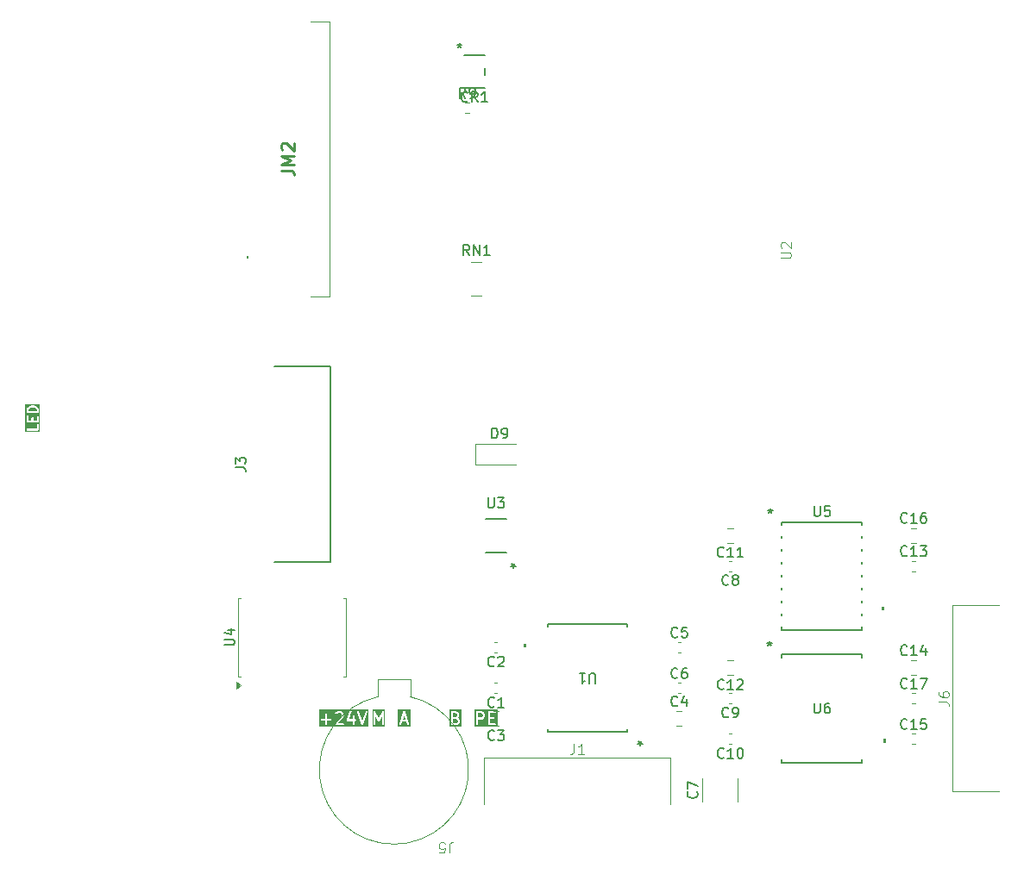
<source format=gbr>
%TF.GenerationSoftware,KiCad,Pcbnew,9.0.6*%
%TF.CreationDate,2025-12-03T08:33:47+03:00*%
%TF.ProjectId,PMCPU-LLU,504d4350-552d-44c4-9c55-2e6b69636164,rev?*%
%TF.SameCoordinates,Original*%
%TF.FileFunction,Legend,Top*%
%TF.FilePolarity,Positive*%
%FSLAX46Y46*%
G04 Gerber Fmt 4.6, Leading zero omitted, Abs format (unit mm)*
G04 Created by KiCad (PCBNEW 9.0.6) date 2025-12-03 08:33:47*
%MOMM*%
%LPD*%
G01*
G04 APERTURE LIST*
%ADD10C,0.200000*%
%ADD11C,0.150000*%
%ADD12C,0.100000*%
%ADD13C,0.254000*%
%ADD14C,0.152400*%
%ADD15C,0.120000*%
%ADD16C,0.000000*%
G04 APERTURE END LIST*
D10*
G36*
X-59235782Y-4464024D02*
G01*
X-59164873Y-4499478D01*
X-59097803Y-4566548D01*
X-59062781Y-4671613D01*
X-59062781Y-4793482D01*
X-59862781Y-4793482D01*
X-59862781Y-4671614D01*
X-59827760Y-4566549D01*
X-59760687Y-4499477D01*
X-59689782Y-4464024D01*
X-59521901Y-4422054D01*
X-59403663Y-4422054D01*
X-59235782Y-4464024D01*
G37*
G36*
X-58751670Y-6818879D02*
G01*
X-60173892Y-6818879D01*
X-60173892Y-6588259D01*
X-60060860Y-6588259D01*
X-60060860Y-6627277D01*
X-60045928Y-6663325D01*
X-60018338Y-6690915D01*
X-59982290Y-6705847D01*
X-59962781Y-6707768D01*
X-58962781Y-6707768D01*
X-58943272Y-6705847D01*
X-58907224Y-6690915D01*
X-58879634Y-6663325D01*
X-58864702Y-6627277D01*
X-58862781Y-6607768D01*
X-58862781Y-6131578D01*
X-58864702Y-6112069D01*
X-58879634Y-6076021D01*
X-58907224Y-6048431D01*
X-58943272Y-6033499D01*
X-58982290Y-6033499D01*
X-59018338Y-6048431D01*
X-59045928Y-6076021D01*
X-59060860Y-6112069D01*
X-59062781Y-6131578D01*
X-59062781Y-6507768D01*
X-59962781Y-6507768D01*
X-59982290Y-6509689D01*
X-60018338Y-6524621D01*
X-60045928Y-6552211D01*
X-60060860Y-6588259D01*
X-60173892Y-6588259D01*
X-60173892Y-5322054D01*
X-60062781Y-5322054D01*
X-60062781Y-5798244D01*
X-60060860Y-5817753D01*
X-60045928Y-5853801D01*
X-60018338Y-5881391D01*
X-59982290Y-5896323D01*
X-59962781Y-5898244D01*
X-58962781Y-5898244D01*
X-58943272Y-5896323D01*
X-58907224Y-5881391D01*
X-58879634Y-5853801D01*
X-58864702Y-5817753D01*
X-58862781Y-5798244D01*
X-58862781Y-5322054D01*
X-58864702Y-5302545D01*
X-58879634Y-5266497D01*
X-58907224Y-5238907D01*
X-58943272Y-5223975D01*
X-58982290Y-5223975D01*
X-59018338Y-5238907D01*
X-59045928Y-5266497D01*
X-59060860Y-5302545D01*
X-59062781Y-5322054D01*
X-59062781Y-5698244D01*
X-59386591Y-5698244D01*
X-59386591Y-5464911D01*
X-59388512Y-5445402D01*
X-59403444Y-5409354D01*
X-59431034Y-5381764D01*
X-59467082Y-5366832D01*
X-59506100Y-5366832D01*
X-59542148Y-5381764D01*
X-59569738Y-5409354D01*
X-59584670Y-5445402D01*
X-59586591Y-5464911D01*
X-59586591Y-5698244D01*
X-59862781Y-5698244D01*
X-59862781Y-5322054D01*
X-59864702Y-5302545D01*
X-59879634Y-5266497D01*
X-59907224Y-5238907D01*
X-59943272Y-5223975D01*
X-59982290Y-5223975D01*
X-60018338Y-5238907D01*
X-60045928Y-5266497D01*
X-60060860Y-5302545D01*
X-60062781Y-5322054D01*
X-60173892Y-5322054D01*
X-60173892Y-4655387D01*
X-60062781Y-4655387D01*
X-60062781Y-4893482D01*
X-60060860Y-4912991D01*
X-60045928Y-4949039D01*
X-60018338Y-4976629D01*
X-59982290Y-4991561D01*
X-59962781Y-4993482D01*
X-58962781Y-4993482D01*
X-58943272Y-4991561D01*
X-58907224Y-4976629D01*
X-58879634Y-4949039D01*
X-58864702Y-4912991D01*
X-58862781Y-4893482D01*
X-58862781Y-4655387D01*
X-58863754Y-4645513D01*
X-58863566Y-4642879D01*
X-58864354Y-4639415D01*
X-58864702Y-4635878D01*
X-58865714Y-4633436D01*
X-58867913Y-4623764D01*
X-58915532Y-4480907D01*
X-58923523Y-4463007D01*
X-58925878Y-4460291D01*
X-58927253Y-4456972D01*
X-58939689Y-4441819D01*
X-59034929Y-4346581D01*
X-59042599Y-4340286D01*
X-59044328Y-4338292D01*
X-59047333Y-4336400D01*
X-59050082Y-4334144D01*
X-59052526Y-4333131D01*
X-59060918Y-4327849D01*
X-59156156Y-4280230D01*
X-59157583Y-4279684D01*
X-59158163Y-4279254D01*
X-59166340Y-4276332D01*
X-59174464Y-4273224D01*
X-59175187Y-4273172D01*
X-59176624Y-4272659D01*
X-59367099Y-4225040D01*
X-59370481Y-4224539D01*
X-59371844Y-4223975D01*
X-59379195Y-4223251D01*
X-59386492Y-4222172D01*
X-59387951Y-4222389D01*
X-59391353Y-4222054D01*
X-59534210Y-4222054D01*
X-59537613Y-4222389D01*
X-59539071Y-4222172D01*
X-59546369Y-4223251D01*
X-59553719Y-4223975D01*
X-59555083Y-4224539D01*
X-59558464Y-4225040D01*
X-59748940Y-4272659D01*
X-59750379Y-4273172D01*
X-59751099Y-4273224D01*
X-59759224Y-4276332D01*
X-59767400Y-4279254D01*
X-59767980Y-4279683D01*
X-59769408Y-4280230D01*
X-59864645Y-4327849D01*
X-59873044Y-4333135D01*
X-59875481Y-4334145D01*
X-59878225Y-4336396D01*
X-59881236Y-4338292D01*
X-59882969Y-4340289D01*
X-59890635Y-4346581D01*
X-59985873Y-4441819D01*
X-59998309Y-4456973D01*
X-59999684Y-4460291D01*
X-60002039Y-4463007D01*
X-60010030Y-4480908D01*
X-60057649Y-4623764D01*
X-60059849Y-4633435D01*
X-60060860Y-4635878D01*
X-60061209Y-4639416D01*
X-60061996Y-4642880D01*
X-60061809Y-4645513D01*
X-60062781Y-4655387D01*
X-60173892Y-4655387D01*
X-60173892Y-4110943D01*
X-58751670Y-4110943D01*
X-58751670Y-6818879D01*
G37*
G36*
X-15344952Y-34484070D02*
G01*
X-15310758Y-34518263D01*
X-15271429Y-34596921D01*
X-15271429Y-34721134D01*
X-15310758Y-34799792D01*
X-15344952Y-34833985D01*
X-15423608Y-34873314D01*
X-15757143Y-34873314D01*
X-15757143Y-34444742D01*
X-15423608Y-34444742D01*
X-15344952Y-34484070D01*
G37*
G36*
X-13854303Y-35778075D02*
G01*
X-16090476Y-35778075D01*
X-16090476Y-34344742D01*
X-15957143Y-34344742D01*
X-15957143Y-35544742D01*
X-15955222Y-35564251D01*
X-15940290Y-35600299D01*
X-15912700Y-35627889D01*
X-15876652Y-35642821D01*
X-15837634Y-35642821D01*
X-15801586Y-35627889D01*
X-15773996Y-35600299D01*
X-15759064Y-35564251D01*
X-15757143Y-35544742D01*
X-15757143Y-35073314D01*
X-15400000Y-35073314D01*
X-15380491Y-35071393D01*
X-15377171Y-35070017D01*
X-15373587Y-35069763D01*
X-15355278Y-35062757D01*
X-15240993Y-35005613D01*
X-15232597Y-35000328D01*
X-15230158Y-34999318D01*
X-15227415Y-34997066D01*
X-15224403Y-34995171D01*
X-15222671Y-34993173D01*
X-15215004Y-34986882D01*
X-15157862Y-34929739D01*
X-15151570Y-34922072D01*
X-15149572Y-34920340D01*
X-15147679Y-34917331D01*
X-15145425Y-34914586D01*
X-15144415Y-34912145D01*
X-15139129Y-34903749D01*
X-15081986Y-34789463D01*
X-15074980Y-34771155D01*
X-15074726Y-34767571D01*
X-15073350Y-34764251D01*
X-15071429Y-34744742D01*
X-15071429Y-34573314D01*
X-15073350Y-34553805D01*
X-15074726Y-34550484D01*
X-15074980Y-34546901D01*
X-15081986Y-34528593D01*
X-15139129Y-34414307D01*
X-15144415Y-34405910D01*
X-15145425Y-34403470D01*
X-15147679Y-34400724D01*
X-15149572Y-34397716D01*
X-15151570Y-34395983D01*
X-15157862Y-34388317D01*
X-15201436Y-34344742D01*
X-14757143Y-34344742D01*
X-14757143Y-35544742D01*
X-14755222Y-35564251D01*
X-14740290Y-35600299D01*
X-14712700Y-35627889D01*
X-14676652Y-35642821D01*
X-14657143Y-35644742D01*
X-14085715Y-35644742D01*
X-14066206Y-35642821D01*
X-14030158Y-35627889D01*
X-14002568Y-35600299D01*
X-13987636Y-35564251D01*
X-13987636Y-35525233D01*
X-14002568Y-35489185D01*
X-14030158Y-35461595D01*
X-14066206Y-35446663D01*
X-14085715Y-35444742D01*
X-14557143Y-35444742D01*
X-14557143Y-35016171D01*
X-14257143Y-35016171D01*
X-14237634Y-35014250D01*
X-14201586Y-34999318D01*
X-14173996Y-34971728D01*
X-14159064Y-34935680D01*
X-14159064Y-34896662D01*
X-14173996Y-34860614D01*
X-14201586Y-34833024D01*
X-14237634Y-34818092D01*
X-14257143Y-34816171D01*
X-14557143Y-34816171D01*
X-14557143Y-34444742D01*
X-14085715Y-34444742D01*
X-14066206Y-34442821D01*
X-14030158Y-34427889D01*
X-14002568Y-34400299D01*
X-13987636Y-34364251D01*
X-13987636Y-34325233D01*
X-14002568Y-34289185D01*
X-14030158Y-34261595D01*
X-14066206Y-34246663D01*
X-14085715Y-34244742D01*
X-14657143Y-34244742D01*
X-14676652Y-34246663D01*
X-14712700Y-34261595D01*
X-14740290Y-34289185D01*
X-14755222Y-34325233D01*
X-14757143Y-34344742D01*
X-15201436Y-34344742D01*
X-15215004Y-34331174D01*
X-15222671Y-34324882D01*
X-15224403Y-34322885D01*
X-15227415Y-34320989D01*
X-15230158Y-34318738D01*
X-15232597Y-34317727D01*
X-15240993Y-34312443D01*
X-15355278Y-34255299D01*
X-15373587Y-34248293D01*
X-15377171Y-34248038D01*
X-15380491Y-34246663D01*
X-15400000Y-34244742D01*
X-15857143Y-34244742D01*
X-15876652Y-34246663D01*
X-15912700Y-34261595D01*
X-15940290Y-34289185D01*
X-15955222Y-34325233D01*
X-15957143Y-34344742D01*
X-16090476Y-34344742D01*
X-16090476Y-34111409D01*
X-13854303Y-34111409D01*
X-13854303Y-35778075D01*
G37*
G36*
X-22853028Y-35101885D02*
G01*
X-23146972Y-35101885D01*
X-23000000Y-34660969D01*
X-22853028Y-35101885D01*
G37*
G36*
X-22367452Y-35777290D02*
G01*
X-23632548Y-35777290D01*
X-23632548Y-35532235D01*
X-23499215Y-35532235D01*
X-23496449Y-35571155D01*
X-23478999Y-35606054D01*
X-23449523Y-35631619D01*
X-23412507Y-35643957D01*
X-23373587Y-35641191D01*
X-23338688Y-35623741D01*
X-23313123Y-35594265D01*
X-23305132Y-35576365D01*
X-23213639Y-35301885D01*
X-22786361Y-35301885D01*
X-22694868Y-35576365D01*
X-22686877Y-35594265D01*
X-22661312Y-35623741D01*
X-22626413Y-35641191D01*
X-22587493Y-35643957D01*
X-22550477Y-35631619D01*
X-22521001Y-35606053D01*
X-22503551Y-35571155D01*
X-22500785Y-35532234D01*
X-22505132Y-35513119D01*
X-22905132Y-34313119D01*
X-22913123Y-34295219D01*
X-22917808Y-34289818D01*
X-22921001Y-34283431D01*
X-22930471Y-34275217D01*
X-22938688Y-34265743D01*
X-22945078Y-34262548D01*
X-22950477Y-34257865D01*
X-22962375Y-34253899D01*
X-22973587Y-34248293D01*
X-22980715Y-34247786D01*
X-22987493Y-34245527D01*
X-23000000Y-34246415D01*
X-23012507Y-34245527D01*
X-23019286Y-34247786D01*
X-23026413Y-34248293D01*
X-23037626Y-34253899D01*
X-23049523Y-34257865D01*
X-23054923Y-34262548D01*
X-23061312Y-34265743D01*
X-23069528Y-34275214D01*
X-23078999Y-34283430D01*
X-23082194Y-34289819D01*
X-23086877Y-34295219D01*
X-23094868Y-34313119D01*
X-23494868Y-35513119D01*
X-23499215Y-35532235D01*
X-23632548Y-35532235D01*
X-23632548Y-34112194D01*
X-22367452Y-34112194D01*
X-22367452Y-35777290D01*
G37*
G36*
X-17796878Y-35060716D02*
G01*
X-17767902Y-35089691D01*
X-17728572Y-35168348D01*
X-17728572Y-35292563D01*
X-17767901Y-35371221D01*
X-17802095Y-35405414D01*
X-17880750Y-35444742D01*
X-18214286Y-35444742D01*
X-18214286Y-35016171D01*
X-17930513Y-35016171D01*
X-17796878Y-35060716D01*
G37*
G36*
X-17859236Y-34484070D02*
G01*
X-17825045Y-34518262D01*
X-17785715Y-34596921D01*
X-17785715Y-34663993D01*
X-17825045Y-34742651D01*
X-17859236Y-34776842D01*
X-17937893Y-34816171D01*
X-18214286Y-34816171D01*
X-18214286Y-34444742D01*
X-17937893Y-34444742D01*
X-17859236Y-34484070D01*
G37*
G36*
X-17395239Y-35778075D02*
G01*
X-18547619Y-35778075D01*
X-18547619Y-34344742D01*
X-18414286Y-34344742D01*
X-18414286Y-35544742D01*
X-18412365Y-35564251D01*
X-18397433Y-35600299D01*
X-18369843Y-35627889D01*
X-18333795Y-35642821D01*
X-18314286Y-35644742D01*
X-17857143Y-35644742D01*
X-17837634Y-35642821D01*
X-17834314Y-35641445D01*
X-17830730Y-35641191D01*
X-17812422Y-35634185D01*
X-17698137Y-35577043D01*
X-17689741Y-35571757D01*
X-17687301Y-35570747D01*
X-17684555Y-35568493D01*
X-17681547Y-35566600D01*
X-17679817Y-35564605D01*
X-17672147Y-35558311D01*
X-17615005Y-35501168D01*
X-17608713Y-35493501D01*
X-17606715Y-35491769D01*
X-17604822Y-35488760D01*
X-17602568Y-35486015D01*
X-17601558Y-35483574D01*
X-17596272Y-35475178D01*
X-17539129Y-35360892D01*
X-17532123Y-35342584D01*
X-17531869Y-35339000D01*
X-17530493Y-35335680D01*
X-17528572Y-35316171D01*
X-17528572Y-35144742D01*
X-17530493Y-35125233D01*
X-17531869Y-35121912D01*
X-17532123Y-35118329D01*
X-17539129Y-35100021D01*
X-17596272Y-34985735D01*
X-17601558Y-34977337D01*
X-17602568Y-34974899D01*
X-17604821Y-34972154D01*
X-17606715Y-34969145D01*
X-17608713Y-34967412D01*
X-17615005Y-34959746D01*
X-17672147Y-34902603D01*
X-17687301Y-34890167D01*
X-17689011Y-34889459D01*
X-17672146Y-34872595D01*
X-17665855Y-34864928D01*
X-17663858Y-34863197D01*
X-17661963Y-34860185D01*
X-17659710Y-34857441D01*
X-17658701Y-34855003D01*
X-17653415Y-34846607D01*
X-17596272Y-34732321D01*
X-17589266Y-34714013D01*
X-17589012Y-34710429D01*
X-17587636Y-34707109D01*
X-17585715Y-34687600D01*
X-17585715Y-34573314D01*
X-17587636Y-34553805D01*
X-17589012Y-34550484D01*
X-17589266Y-34546901D01*
X-17596272Y-34528593D01*
X-17653415Y-34414307D01*
X-17658700Y-34405910D01*
X-17659710Y-34403472D01*
X-17661964Y-34400726D01*
X-17663858Y-34397716D01*
X-17665855Y-34395984D01*
X-17672146Y-34388318D01*
X-17729289Y-34331175D01*
X-17736956Y-34324882D01*
X-17738688Y-34322885D01*
X-17741698Y-34320990D01*
X-17744442Y-34318738D01*
X-17746881Y-34317727D01*
X-17755278Y-34312442D01*
X-17869565Y-34255299D01*
X-17887873Y-34248293D01*
X-17891457Y-34248038D01*
X-17894777Y-34246663D01*
X-17914286Y-34244742D01*
X-18314286Y-34244742D01*
X-18333795Y-34246663D01*
X-18369843Y-34261595D01*
X-18397433Y-34289185D01*
X-18412365Y-34325233D01*
X-18414286Y-34344742D01*
X-18547619Y-34344742D01*
X-18547619Y-34111409D01*
X-17395239Y-34111409D01*
X-17395239Y-35778075D01*
G37*
G36*
X-26481738Y-35778075D02*
G01*
X-31345697Y-35778075D01*
X-31345697Y-35068091D01*
X-31212364Y-35068091D01*
X-31212364Y-35107109D01*
X-31197432Y-35143157D01*
X-31169842Y-35170747D01*
X-31133794Y-35185679D01*
X-31114285Y-35187600D01*
X-30757142Y-35187600D01*
X-30757142Y-35544742D01*
X-30755221Y-35564251D01*
X-30740289Y-35600299D01*
X-30712699Y-35627889D01*
X-30676651Y-35642821D01*
X-30637633Y-35642821D01*
X-30601585Y-35627889D01*
X-30573995Y-35600299D01*
X-30559063Y-35564251D01*
X-30557142Y-35544742D01*
X-30557142Y-35525233D01*
X-29840936Y-35525233D01*
X-29840936Y-35564251D01*
X-29826004Y-35600299D01*
X-29798414Y-35627889D01*
X-29762366Y-35642821D01*
X-29742857Y-35644742D01*
X-29000000Y-35644742D01*
X-28980491Y-35642821D01*
X-28944443Y-35627889D01*
X-28916853Y-35600299D01*
X-28901921Y-35564251D01*
X-28901921Y-35525233D01*
X-28916853Y-35489185D01*
X-28944443Y-35461595D01*
X-28980491Y-35446663D01*
X-29000000Y-35444742D01*
X-29501435Y-35444742D01*
X-29188928Y-35132235D01*
X-28642072Y-35132235D01*
X-28640936Y-35148219D01*
X-28640936Y-35164251D01*
X-28639561Y-35167571D01*
X-28639306Y-35171155D01*
X-28632139Y-35185490D01*
X-28626004Y-35200299D01*
X-28623464Y-35202839D01*
X-28621856Y-35206054D01*
X-28609745Y-35216558D01*
X-28598414Y-35227889D01*
X-28595096Y-35229263D01*
X-28592380Y-35231619D01*
X-28577171Y-35236688D01*
X-28562366Y-35242821D01*
X-28557266Y-35243323D01*
X-28555364Y-35243957D01*
X-28552731Y-35243769D01*
X-28542857Y-35244742D01*
X-28071428Y-35244742D01*
X-28071428Y-35544742D01*
X-28069507Y-35564251D01*
X-28054575Y-35600299D01*
X-28026985Y-35627889D01*
X-27990937Y-35642821D01*
X-27951919Y-35642821D01*
X-27915871Y-35627889D01*
X-27888281Y-35600299D01*
X-27873349Y-35564251D01*
X-27871428Y-35544742D01*
X-27871428Y-35244742D01*
X-27800000Y-35244742D01*
X-27780491Y-35242821D01*
X-27744443Y-35227889D01*
X-27716853Y-35200299D01*
X-27701921Y-35164251D01*
X-27701921Y-35125233D01*
X-27716853Y-35089185D01*
X-27744443Y-35061595D01*
X-27780491Y-35046663D01*
X-27800000Y-35044742D01*
X-27871428Y-35044742D01*
X-27871428Y-34744742D01*
X-27873349Y-34725233D01*
X-27888281Y-34689185D01*
X-27915871Y-34661595D01*
X-27951919Y-34646663D01*
X-27990937Y-34646663D01*
X-28026985Y-34661595D01*
X-28054575Y-34689185D01*
X-28069507Y-34725233D01*
X-28071428Y-34744742D01*
X-28071428Y-35044742D01*
X-28404115Y-35044742D01*
X-28174950Y-34357249D01*
X-27613501Y-34357249D01*
X-27609154Y-34376365D01*
X-27209154Y-35576365D01*
X-27201163Y-35594265D01*
X-27196480Y-35599664D01*
X-27193285Y-35606054D01*
X-27183814Y-35614269D01*
X-27175598Y-35623741D01*
X-27169209Y-35626935D01*
X-27163809Y-35631619D01*
X-27151912Y-35635584D01*
X-27140699Y-35641191D01*
X-27133572Y-35641697D01*
X-27126793Y-35643957D01*
X-27114286Y-35643068D01*
X-27101779Y-35643957D01*
X-27095001Y-35641697D01*
X-27087873Y-35641191D01*
X-27076661Y-35635584D01*
X-27064763Y-35631619D01*
X-27059364Y-35626935D01*
X-27052974Y-35623741D01*
X-27044757Y-35614266D01*
X-27035287Y-35606053D01*
X-27032094Y-35599665D01*
X-27027409Y-35594265D01*
X-27019418Y-35576365D01*
X-26619418Y-34376365D01*
X-26615071Y-34357250D01*
X-26617837Y-34318329D01*
X-26635287Y-34283431D01*
X-26664763Y-34257865D01*
X-26701779Y-34245527D01*
X-26740699Y-34248293D01*
X-26775598Y-34265743D01*
X-26801163Y-34295219D01*
X-26809154Y-34313119D01*
X-27114286Y-35228515D01*
X-27419418Y-34313119D01*
X-27427409Y-34295219D01*
X-27452974Y-34265743D01*
X-27487873Y-34248293D01*
X-27526793Y-34245527D01*
X-27563809Y-34257865D01*
X-27593285Y-34283430D01*
X-27610735Y-34318329D01*
X-27613501Y-34357249D01*
X-28174950Y-34357249D01*
X-28162275Y-34319223D01*
X-28157928Y-34300107D01*
X-28160694Y-34261187D01*
X-28178144Y-34226288D01*
X-28207620Y-34200723D01*
X-28244636Y-34188385D01*
X-28283556Y-34191151D01*
X-28318455Y-34208601D01*
X-28344020Y-34238077D01*
X-28352011Y-34255977D01*
X-28637725Y-35113119D01*
X-28639925Y-35122790D01*
X-28640936Y-35125233D01*
X-28640936Y-35127239D01*
X-28642072Y-35132235D01*
X-29188928Y-35132235D01*
X-28986432Y-34929739D01*
X-28973996Y-34914585D01*
X-28972622Y-34911266D01*
X-28970266Y-34908551D01*
X-28962275Y-34890651D01*
X-28905132Y-34719223D01*
X-28902933Y-34709550D01*
X-28901921Y-34707109D01*
X-28901573Y-34703571D01*
X-28900785Y-34700108D01*
X-28900973Y-34697473D01*
X-28900000Y-34687600D01*
X-28900000Y-34573314D01*
X-28901921Y-34553805D01*
X-28903297Y-34550484D01*
X-28903551Y-34546901D01*
X-28910557Y-34528593D01*
X-28967700Y-34414307D01*
X-28972985Y-34405910D01*
X-28973995Y-34403472D01*
X-28976249Y-34400726D01*
X-28978143Y-34397716D01*
X-28980140Y-34395984D01*
X-28986431Y-34388318D01*
X-29043574Y-34331175D01*
X-29051241Y-34324882D01*
X-29052973Y-34322885D01*
X-29055983Y-34320990D01*
X-29058727Y-34318738D01*
X-29061166Y-34317727D01*
X-29069563Y-34312442D01*
X-29183850Y-34255299D01*
X-29202158Y-34248293D01*
X-29205742Y-34248038D01*
X-29209062Y-34246663D01*
X-29228571Y-34244742D01*
X-29514285Y-34244742D01*
X-29533794Y-34246663D01*
X-29537115Y-34248038D01*
X-29540698Y-34248293D01*
X-29559006Y-34255299D01*
X-29673292Y-34312442D01*
X-29681689Y-34317727D01*
X-29684129Y-34318738D01*
X-29686875Y-34320991D01*
X-29689883Y-34322885D01*
X-29691616Y-34324882D01*
X-29699282Y-34331175D01*
X-29756425Y-34388317D01*
X-29768861Y-34403471D01*
X-29783793Y-34439519D01*
X-29783793Y-34478537D01*
X-29768861Y-34514585D01*
X-29741271Y-34542175D01*
X-29705223Y-34557107D01*
X-29666205Y-34557107D01*
X-29630157Y-34542175D01*
X-29615003Y-34529739D01*
X-29569336Y-34484070D01*
X-29490677Y-34444742D01*
X-29252178Y-34444742D01*
X-29173521Y-34484070D01*
X-29139330Y-34518262D01*
X-29100000Y-34596921D01*
X-29100000Y-34671372D01*
X-29144546Y-34805008D01*
X-29813568Y-35474031D01*
X-29826004Y-35489185D01*
X-29840936Y-35525233D01*
X-30557142Y-35525233D01*
X-30557142Y-35187600D01*
X-30199999Y-35187600D01*
X-30180490Y-35185679D01*
X-30144442Y-35170747D01*
X-30116852Y-35143157D01*
X-30101920Y-35107109D01*
X-30101920Y-35068091D01*
X-30116852Y-35032043D01*
X-30144442Y-35004453D01*
X-30180490Y-34989521D01*
X-30199999Y-34987600D01*
X-30557142Y-34987600D01*
X-30557142Y-34630457D01*
X-30559063Y-34610948D01*
X-30573995Y-34574900D01*
X-30601585Y-34547310D01*
X-30637633Y-34532378D01*
X-30676651Y-34532378D01*
X-30712699Y-34547310D01*
X-30740289Y-34574900D01*
X-30755221Y-34610948D01*
X-30757142Y-34630457D01*
X-30757142Y-34987600D01*
X-31114285Y-34987600D01*
X-31133794Y-34989521D01*
X-31169842Y-35004453D01*
X-31197432Y-35032043D01*
X-31212364Y-35068091D01*
X-31345697Y-35068091D01*
X-31345697Y-34055052D01*
X-26481738Y-34055052D01*
X-26481738Y-35778075D01*
G37*
G36*
X-24866667Y-35776154D02*
G01*
X-26133333Y-35776154D01*
X-26133333Y-34344742D01*
X-26000000Y-34344742D01*
X-26000000Y-35544742D01*
X-25998079Y-35564251D01*
X-25983147Y-35600299D01*
X-25955557Y-35627889D01*
X-25919509Y-35642821D01*
X-25880491Y-35642821D01*
X-25844443Y-35627889D01*
X-25816853Y-35600299D01*
X-25801921Y-35564251D01*
X-25800000Y-35544742D01*
X-25800000Y-34795498D01*
X-25590618Y-35244174D01*
X-25586386Y-35251319D01*
X-25585506Y-35253737D01*
X-25583941Y-35255446D01*
X-25580627Y-35261040D01*
X-25569417Y-35271306D01*
X-25559155Y-35282512D01*
X-25555130Y-35284390D01*
X-25551852Y-35287392D01*
X-25537570Y-35292585D01*
X-25523797Y-35299013D01*
X-25519358Y-35299208D01*
X-25515183Y-35300726D01*
X-25500000Y-35300058D01*
X-25484817Y-35300726D01*
X-25480644Y-35299208D01*
X-25476202Y-35299013D01*
X-25462418Y-35292580D01*
X-25448148Y-35287391D01*
X-25444875Y-35284393D01*
X-25440845Y-35282513D01*
X-25430576Y-35271298D01*
X-25419373Y-35261040D01*
X-25416062Y-35255449D01*
X-25414493Y-35253737D01*
X-25413613Y-35251315D01*
X-25409382Y-35244174D01*
X-25200000Y-34795497D01*
X-25200000Y-35544742D01*
X-25198079Y-35564251D01*
X-25183147Y-35600299D01*
X-25155557Y-35627889D01*
X-25119509Y-35642821D01*
X-25080491Y-35642821D01*
X-25044443Y-35627889D01*
X-25016853Y-35600299D01*
X-25001921Y-35564251D01*
X-25000000Y-35544742D01*
X-25000000Y-34344742D01*
X-25001263Y-34331918D01*
X-25001159Y-34329559D01*
X-25001620Y-34328291D01*
X-25001921Y-34325233D01*
X-25008562Y-34309202D01*
X-25014493Y-34292890D01*
X-25016000Y-34291244D01*
X-25016853Y-34289185D01*
X-25029115Y-34276923D01*
X-25040845Y-34264114D01*
X-25042869Y-34263169D01*
X-25044443Y-34261595D01*
X-25060459Y-34254960D01*
X-25076202Y-34247614D01*
X-25078432Y-34247516D01*
X-25080491Y-34246663D01*
X-25097843Y-34246663D01*
X-25115183Y-34245901D01*
X-25117279Y-34246663D01*
X-25119509Y-34246663D01*
X-25135540Y-34253303D01*
X-25151852Y-34259235D01*
X-25153498Y-34260741D01*
X-25155557Y-34261595D01*
X-25167825Y-34273862D01*
X-25180627Y-34285587D01*
X-25182194Y-34288231D01*
X-25183147Y-34289185D01*
X-25184051Y-34291366D01*
X-25190618Y-34302453D01*
X-25500001Y-34965414D01*
X-25809382Y-34302453D01*
X-25815950Y-34291366D01*
X-25816853Y-34289185D01*
X-25817807Y-34288231D01*
X-25819373Y-34285587D01*
X-25832170Y-34273868D01*
X-25844443Y-34261595D01*
X-25846505Y-34260741D01*
X-25848148Y-34259236D01*
X-25864450Y-34253307D01*
X-25880491Y-34246663D01*
X-25882722Y-34246663D01*
X-25884817Y-34245901D01*
X-25902157Y-34246663D01*
X-25919509Y-34246663D01*
X-25921569Y-34247516D01*
X-25923797Y-34247614D01*
X-25939528Y-34254955D01*
X-25955557Y-34261595D01*
X-25957134Y-34263171D01*
X-25959155Y-34264115D01*
X-25970874Y-34276911D01*
X-25983147Y-34289185D01*
X-25984001Y-34291246D01*
X-25985506Y-34292890D01*
X-25991435Y-34309191D01*
X-25998079Y-34325233D01*
X-25998381Y-34328291D01*
X-25998841Y-34329559D01*
X-25998738Y-34331918D01*
X-26000000Y-34344742D01*
X-26133333Y-34344742D01*
X-26133333Y-34112568D01*
X-24866667Y-34112568D01*
X-24866667Y-35776154D01*
G37*
D11*
X-14761905Y-13279819D02*
X-14761905Y-14089342D01*
X-14761905Y-14089342D02*
X-14714286Y-14184580D01*
X-14714286Y-14184580D02*
X-14666667Y-14232200D01*
X-14666667Y-14232200D02*
X-14571429Y-14279819D01*
X-14571429Y-14279819D02*
X-14380953Y-14279819D01*
X-14380953Y-14279819D02*
X-14285715Y-14232200D01*
X-14285715Y-14232200D02*
X-14238096Y-14184580D01*
X-14238096Y-14184580D02*
X-14190477Y-14089342D01*
X-14190477Y-14089342D02*
X-14190477Y-13279819D01*
X-13809524Y-13279819D02*
X-13190477Y-13279819D01*
X-13190477Y-13279819D02*
X-13523810Y-13660771D01*
X-13523810Y-13660771D02*
X-13380953Y-13660771D01*
X-13380953Y-13660771D02*
X-13285715Y-13708390D01*
X-13285715Y-13708390D02*
X-13238096Y-13756009D01*
X-13238096Y-13756009D02*
X-13190477Y-13851247D01*
X-13190477Y-13851247D02*
X-13190477Y-14089342D01*
X-13190477Y-14089342D02*
X-13238096Y-14184580D01*
X-13238096Y-14184580D02*
X-13285715Y-14232200D01*
X-13285715Y-14232200D02*
X-13380953Y-14279819D01*
X-13380953Y-14279819D02*
X-13666667Y-14279819D01*
X-13666667Y-14279819D02*
X-13761905Y-14232200D01*
X-13761905Y-14232200D02*
X-13809524Y-14184580D01*
X-12279151Y-20196980D02*
X-12279151Y-19958885D01*
X-12041056Y-20054123D02*
X-12279151Y-19958885D01*
X-12279151Y-19958885D02*
X-12517246Y-20054123D01*
X-12136294Y-19768409D02*
X-12279151Y-19958885D01*
X-12279151Y-19958885D02*
X-12422008Y-19768409D01*
D12*
X29457419Y-33333333D02*
X30171704Y-33333333D01*
X30171704Y-33333333D02*
X30314561Y-33380952D01*
X30314561Y-33380952D02*
X30409800Y-33476190D01*
X30409800Y-33476190D02*
X30457419Y-33619047D01*
X30457419Y-33619047D02*
X30457419Y-33714285D01*
X29457419Y-32428571D02*
X29457419Y-32619047D01*
X29457419Y-32619047D02*
X29505038Y-32714285D01*
X29505038Y-32714285D02*
X29552657Y-32761904D01*
X29552657Y-32761904D02*
X29695514Y-32857142D01*
X29695514Y-32857142D02*
X29885990Y-32904761D01*
X29885990Y-32904761D02*
X30266942Y-32904761D01*
X30266942Y-32904761D02*
X30362180Y-32857142D01*
X30362180Y-32857142D02*
X30409800Y-32809523D01*
X30409800Y-32809523D02*
X30457419Y-32714285D01*
X30457419Y-32714285D02*
X30457419Y-32523809D01*
X30457419Y-32523809D02*
X30409800Y-32428571D01*
X30409800Y-32428571D02*
X30362180Y-32380952D01*
X30362180Y-32380952D02*
X30266942Y-32333333D01*
X30266942Y-32333333D02*
X30028847Y-32333333D01*
X30028847Y-32333333D02*
X29933609Y-32380952D01*
X29933609Y-32380952D02*
X29885990Y-32428571D01*
X29885990Y-32428571D02*
X29838371Y-32523809D01*
X29838371Y-32523809D02*
X29838371Y-32714285D01*
X29838371Y-32714285D02*
X29885990Y-32809523D01*
X29885990Y-32809523D02*
X29933609Y-32857142D01*
X29933609Y-32857142D02*
X30028847Y-32904761D01*
X-18586667Y-48162580D02*
X-18586667Y-47448295D01*
X-18586667Y-47448295D02*
X-18539048Y-47305438D01*
X-18539048Y-47305438D02*
X-18443810Y-47210200D01*
X-18443810Y-47210200D02*
X-18300953Y-47162580D01*
X-18300953Y-47162580D02*
X-18205715Y-47162580D01*
X-19539048Y-48162580D02*
X-19062858Y-48162580D01*
X-19062858Y-48162580D02*
X-19015239Y-47686390D01*
X-19015239Y-47686390D02*
X-19062858Y-47734009D01*
X-19062858Y-47734009D02*
X-19158096Y-47781628D01*
X-19158096Y-47781628D02*
X-19396191Y-47781628D01*
X-19396191Y-47781628D02*
X-19491429Y-47734009D01*
X-19491429Y-47734009D02*
X-19539048Y-47686390D01*
X-19539048Y-47686390D02*
X-19586667Y-47591152D01*
X-19586667Y-47591152D02*
X-19586667Y-47353057D01*
X-19586667Y-47353057D02*
X-19539048Y-47257819D01*
X-19539048Y-47257819D02*
X-19491429Y-47210200D01*
X-19491429Y-47210200D02*
X-19396191Y-47162580D01*
X-19396191Y-47162580D02*
X-19158096Y-47162580D01*
X-19158096Y-47162580D02*
X-19062858Y-47210200D01*
X-19062858Y-47210200D02*
X-19015239Y-47257819D01*
D11*
X-14166667Y-37039580D02*
X-14214286Y-37087200D01*
X-14214286Y-37087200D02*
X-14357143Y-37134819D01*
X-14357143Y-37134819D02*
X-14452381Y-37134819D01*
X-14452381Y-37134819D02*
X-14595238Y-37087200D01*
X-14595238Y-37087200D02*
X-14690476Y-36991961D01*
X-14690476Y-36991961D02*
X-14738095Y-36896723D01*
X-14738095Y-36896723D02*
X-14785714Y-36706247D01*
X-14785714Y-36706247D02*
X-14785714Y-36563390D01*
X-14785714Y-36563390D02*
X-14738095Y-36372914D01*
X-14738095Y-36372914D02*
X-14690476Y-36277676D01*
X-14690476Y-36277676D02*
X-14595238Y-36182438D01*
X-14595238Y-36182438D02*
X-14452381Y-36134819D01*
X-14452381Y-36134819D02*
X-14357143Y-36134819D01*
X-14357143Y-36134819D02*
X-14214286Y-36182438D01*
X-14214286Y-36182438D02*
X-14166667Y-36230057D01*
X-13833333Y-36134819D02*
X-13214286Y-36134819D01*
X-13214286Y-36134819D02*
X-13547619Y-36515771D01*
X-13547619Y-36515771D02*
X-13404762Y-36515771D01*
X-13404762Y-36515771D02*
X-13309524Y-36563390D01*
X-13309524Y-36563390D02*
X-13261905Y-36611009D01*
X-13261905Y-36611009D02*
X-13214286Y-36706247D01*
X-13214286Y-36706247D02*
X-13214286Y-36944342D01*
X-13214286Y-36944342D02*
X-13261905Y-37039580D01*
X-13261905Y-37039580D02*
X-13309524Y-37087200D01*
X-13309524Y-37087200D02*
X-13404762Y-37134819D01*
X-13404762Y-37134819D02*
X-13690476Y-37134819D01*
X-13690476Y-37134819D02*
X-13785714Y-37087200D01*
X-13785714Y-37087200D02*
X-13833333Y-37039580D01*
X3833333Y-33679580D02*
X3785714Y-33727200D01*
X3785714Y-33727200D02*
X3642857Y-33774819D01*
X3642857Y-33774819D02*
X3547619Y-33774819D01*
X3547619Y-33774819D02*
X3404762Y-33727200D01*
X3404762Y-33727200D02*
X3309524Y-33631961D01*
X3309524Y-33631961D02*
X3261905Y-33536723D01*
X3261905Y-33536723D02*
X3214286Y-33346247D01*
X3214286Y-33346247D02*
X3214286Y-33203390D01*
X3214286Y-33203390D02*
X3261905Y-33012914D01*
X3261905Y-33012914D02*
X3309524Y-32917676D01*
X3309524Y-32917676D02*
X3404762Y-32822438D01*
X3404762Y-32822438D02*
X3547619Y-32774819D01*
X3547619Y-32774819D02*
X3642857Y-32774819D01*
X3642857Y-32774819D02*
X3785714Y-32822438D01*
X3785714Y-32822438D02*
X3833333Y-32870057D01*
X4690476Y-33108152D02*
X4690476Y-33774819D01*
X4452381Y-32727200D02*
X4214286Y-33441485D01*
X4214286Y-33441485D02*
X4833333Y-33441485D01*
X26357142Y-18929580D02*
X26309523Y-18977200D01*
X26309523Y-18977200D02*
X26166666Y-19024819D01*
X26166666Y-19024819D02*
X26071428Y-19024819D01*
X26071428Y-19024819D02*
X25928571Y-18977200D01*
X25928571Y-18977200D02*
X25833333Y-18881961D01*
X25833333Y-18881961D02*
X25785714Y-18786723D01*
X25785714Y-18786723D02*
X25738095Y-18596247D01*
X25738095Y-18596247D02*
X25738095Y-18453390D01*
X25738095Y-18453390D02*
X25785714Y-18262914D01*
X25785714Y-18262914D02*
X25833333Y-18167676D01*
X25833333Y-18167676D02*
X25928571Y-18072438D01*
X25928571Y-18072438D02*
X26071428Y-18024819D01*
X26071428Y-18024819D02*
X26166666Y-18024819D01*
X26166666Y-18024819D02*
X26309523Y-18072438D01*
X26309523Y-18072438D02*
X26357142Y-18120057D01*
X27309523Y-19024819D02*
X26738095Y-19024819D01*
X27023809Y-19024819D02*
X27023809Y-18024819D01*
X27023809Y-18024819D02*
X26928571Y-18167676D01*
X26928571Y-18167676D02*
X26833333Y-18262914D01*
X26833333Y-18262914D02*
X26738095Y-18310533D01*
X27642857Y-18024819D02*
X28261904Y-18024819D01*
X28261904Y-18024819D02*
X27928571Y-18405771D01*
X27928571Y-18405771D02*
X28071428Y-18405771D01*
X28071428Y-18405771D02*
X28166666Y-18453390D01*
X28166666Y-18453390D02*
X28214285Y-18501009D01*
X28214285Y-18501009D02*
X28261904Y-18596247D01*
X28261904Y-18596247D02*
X28261904Y-18834342D01*
X28261904Y-18834342D02*
X28214285Y-18929580D01*
X28214285Y-18929580D02*
X28166666Y-18977200D01*
X28166666Y-18977200D02*
X28071428Y-19024819D01*
X28071428Y-19024819D02*
X27785714Y-19024819D01*
X27785714Y-19024819D02*
X27690476Y-18977200D01*
X27690476Y-18977200D02*
X27642857Y-18929580D01*
X17238095Y-33454819D02*
X17238095Y-34264342D01*
X17238095Y-34264342D02*
X17285714Y-34359580D01*
X17285714Y-34359580D02*
X17333333Y-34407200D01*
X17333333Y-34407200D02*
X17428571Y-34454819D01*
X17428571Y-34454819D02*
X17619047Y-34454819D01*
X17619047Y-34454819D02*
X17714285Y-34407200D01*
X17714285Y-34407200D02*
X17761904Y-34359580D01*
X17761904Y-34359580D02*
X17809523Y-34264342D01*
X17809523Y-34264342D02*
X17809523Y-33454819D01*
X18714285Y-33454819D02*
X18523809Y-33454819D01*
X18523809Y-33454819D02*
X18428571Y-33502438D01*
X18428571Y-33502438D02*
X18380952Y-33550057D01*
X18380952Y-33550057D02*
X18285714Y-33692914D01*
X18285714Y-33692914D02*
X18238095Y-33883390D01*
X18238095Y-33883390D02*
X18238095Y-34264342D01*
X18238095Y-34264342D02*
X18285714Y-34359580D01*
X18285714Y-34359580D02*
X18333333Y-34407200D01*
X18333333Y-34407200D02*
X18428571Y-34454819D01*
X18428571Y-34454819D02*
X18619047Y-34454819D01*
X18619047Y-34454819D02*
X18714285Y-34407200D01*
X18714285Y-34407200D02*
X18761904Y-34359580D01*
X18761904Y-34359580D02*
X18809523Y-34264342D01*
X18809523Y-34264342D02*
X18809523Y-34026247D01*
X18809523Y-34026247D02*
X18761904Y-33931009D01*
X18761904Y-33931009D02*
X18714285Y-33883390D01*
X18714285Y-33883390D02*
X18619047Y-33835771D01*
X18619047Y-33835771D02*
X18428571Y-33835771D01*
X18428571Y-33835771D02*
X18333333Y-33883390D01*
X18333333Y-33883390D02*
X18285714Y-33931009D01*
X18285714Y-33931009D02*
X18238095Y-34026247D01*
X12869200Y-27384219D02*
X12869200Y-27622314D01*
X12631105Y-27527076D02*
X12869200Y-27622314D01*
X12869200Y-27622314D02*
X13107295Y-27527076D01*
X12726343Y-27812790D02*
X12869200Y-27622314D01*
X12869200Y-27622314D02*
X13012057Y-27812790D01*
X-14166667Y-33789580D02*
X-14214286Y-33837200D01*
X-14214286Y-33837200D02*
X-14357143Y-33884819D01*
X-14357143Y-33884819D02*
X-14452381Y-33884819D01*
X-14452381Y-33884819D02*
X-14595238Y-33837200D01*
X-14595238Y-33837200D02*
X-14690476Y-33741961D01*
X-14690476Y-33741961D02*
X-14738095Y-33646723D01*
X-14738095Y-33646723D02*
X-14785714Y-33456247D01*
X-14785714Y-33456247D02*
X-14785714Y-33313390D01*
X-14785714Y-33313390D02*
X-14738095Y-33122914D01*
X-14738095Y-33122914D02*
X-14690476Y-33027676D01*
X-14690476Y-33027676D02*
X-14595238Y-32932438D01*
X-14595238Y-32932438D02*
X-14452381Y-32884819D01*
X-14452381Y-32884819D02*
X-14357143Y-32884819D01*
X-14357143Y-32884819D02*
X-14214286Y-32932438D01*
X-14214286Y-32932438D02*
X-14166667Y-32980057D01*
X-13214286Y-33884819D02*
X-13785714Y-33884819D01*
X-13500000Y-33884819D02*
X-13500000Y-32884819D01*
X-13500000Y-32884819D02*
X-13595238Y-33027676D01*
X-13595238Y-33027676D02*
X-13690476Y-33122914D01*
X-13690476Y-33122914D02*
X-13785714Y-33170533D01*
X-16786867Y25676620D02*
X-16834486Y25629000D01*
X-16834486Y25629000D02*
X-16977343Y25581381D01*
X-16977343Y25581381D02*
X-17072581Y25581381D01*
X-17072581Y25581381D02*
X-17215438Y25629000D01*
X-17215438Y25629000D02*
X-17310676Y25724239D01*
X-17310676Y25724239D02*
X-17358295Y25819477D01*
X-17358295Y25819477D02*
X-17405914Y26009953D01*
X-17405914Y26009953D02*
X-17405914Y26152810D01*
X-17405914Y26152810D02*
X-17358295Y26343286D01*
X-17358295Y26343286D02*
X-17310676Y26438524D01*
X-17310676Y26438524D02*
X-17215438Y26533762D01*
X-17215438Y26533762D02*
X-17072581Y26581381D01*
X-17072581Y26581381D02*
X-16977343Y26581381D01*
X-16977343Y26581381D02*
X-16834486Y26533762D01*
X-16834486Y26533762D02*
X-16786867Y26486143D01*
X-15786867Y25581381D02*
X-16120200Y26057572D01*
X-16358295Y25581381D02*
X-16358295Y26581381D01*
X-16358295Y26581381D02*
X-15977343Y26581381D01*
X-15977343Y26581381D02*
X-15882105Y26533762D01*
X-15882105Y26533762D02*
X-15834486Y26486143D01*
X-15834486Y26486143D02*
X-15786867Y26390905D01*
X-15786867Y26390905D02*
X-15786867Y26248048D01*
X-15786867Y26248048D02*
X-15834486Y26152810D01*
X-15834486Y26152810D02*
X-15882105Y26105191D01*
X-15882105Y26105191D02*
X-15977343Y26057572D01*
X-15977343Y26057572D02*
X-16358295Y26057572D01*
X-14834486Y25581381D02*
X-15405914Y25581381D01*
X-15120200Y25581381D02*
X-15120200Y26581381D01*
X-15120200Y26581381D02*
X-15215438Y26438524D01*
X-15215438Y26438524D02*
X-15310676Y26343286D01*
X-15310676Y26343286D02*
X-15405914Y26295667D01*
X-17568000Y31366781D02*
X-17568000Y31128686D01*
X-17806095Y31223924D02*
X-17568000Y31128686D01*
X-17568000Y31128686D02*
X-17329905Y31223924D01*
X-17710857Y30938210D02*
X-17568000Y31128686D01*
X-17568000Y31128686D02*
X-17425143Y30938210D01*
X8357142Y-19039580D02*
X8309523Y-19087200D01*
X8309523Y-19087200D02*
X8166666Y-19134819D01*
X8166666Y-19134819D02*
X8071428Y-19134819D01*
X8071428Y-19134819D02*
X7928571Y-19087200D01*
X7928571Y-19087200D02*
X7833333Y-18991961D01*
X7833333Y-18991961D02*
X7785714Y-18896723D01*
X7785714Y-18896723D02*
X7738095Y-18706247D01*
X7738095Y-18706247D02*
X7738095Y-18563390D01*
X7738095Y-18563390D02*
X7785714Y-18372914D01*
X7785714Y-18372914D02*
X7833333Y-18277676D01*
X7833333Y-18277676D02*
X7928571Y-18182438D01*
X7928571Y-18182438D02*
X8071428Y-18134819D01*
X8071428Y-18134819D02*
X8166666Y-18134819D01*
X8166666Y-18134819D02*
X8309523Y-18182438D01*
X8309523Y-18182438D02*
X8357142Y-18230057D01*
X9309523Y-19134819D02*
X8738095Y-19134819D01*
X9023809Y-19134819D02*
X9023809Y-18134819D01*
X9023809Y-18134819D02*
X8928571Y-18277676D01*
X8928571Y-18277676D02*
X8833333Y-18372914D01*
X8833333Y-18372914D02*
X8738095Y-18420533D01*
X10261904Y-19134819D02*
X9690476Y-19134819D01*
X9976190Y-19134819D02*
X9976190Y-18134819D01*
X9976190Y-18134819D02*
X9880952Y-18277676D01*
X9880952Y-18277676D02*
X9785714Y-18372914D01*
X9785714Y-18372914D02*
X9690476Y-18420533D01*
X-16590477Y10545181D02*
X-16923810Y11021372D01*
X-17161905Y10545181D02*
X-17161905Y11545181D01*
X-17161905Y11545181D02*
X-16780953Y11545181D01*
X-16780953Y11545181D02*
X-16685715Y11497562D01*
X-16685715Y11497562D02*
X-16638096Y11449943D01*
X-16638096Y11449943D02*
X-16590477Y11354705D01*
X-16590477Y11354705D02*
X-16590477Y11211848D01*
X-16590477Y11211848D02*
X-16638096Y11116610D01*
X-16638096Y11116610D02*
X-16685715Y11068991D01*
X-16685715Y11068991D02*
X-16780953Y11021372D01*
X-16780953Y11021372D02*
X-17161905Y11021372D01*
X-16161905Y10545181D02*
X-16161905Y11545181D01*
X-16161905Y11545181D02*
X-15590477Y10545181D01*
X-15590477Y10545181D02*
X-15590477Y11545181D01*
X-14590477Y10545181D02*
X-15161905Y10545181D01*
X-14876191Y10545181D02*
X-14876191Y11545181D01*
X-14876191Y11545181D02*
X-14971429Y11402324D01*
X-14971429Y11402324D02*
X-15066667Y11307086D01*
X-15066667Y11307086D02*
X-15161905Y11259467D01*
X26357142Y-31929580D02*
X26309523Y-31977200D01*
X26309523Y-31977200D02*
X26166666Y-32024819D01*
X26166666Y-32024819D02*
X26071428Y-32024819D01*
X26071428Y-32024819D02*
X25928571Y-31977200D01*
X25928571Y-31977200D02*
X25833333Y-31881961D01*
X25833333Y-31881961D02*
X25785714Y-31786723D01*
X25785714Y-31786723D02*
X25738095Y-31596247D01*
X25738095Y-31596247D02*
X25738095Y-31453390D01*
X25738095Y-31453390D02*
X25785714Y-31262914D01*
X25785714Y-31262914D02*
X25833333Y-31167676D01*
X25833333Y-31167676D02*
X25928571Y-31072438D01*
X25928571Y-31072438D02*
X26071428Y-31024819D01*
X26071428Y-31024819D02*
X26166666Y-31024819D01*
X26166666Y-31024819D02*
X26309523Y-31072438D01*
X26309523Y-31072438D02*
X26357142Y-31120057D01*
X27309523Y-32024819D02*
X26738095Y-32024819D01*
X27023809Y-32024819D02*
X27023809Y-31024819D01*
X27023809Y-31024819D02*
X26928571Y-31167676D01*
X26928571Y-31167676D02*
X26833333Y-31262914D01*
X26833333Y-31262914D02*
X26738095Y-31310533D01*
X27642857Y-31024819D02*
X28309523Y-31024819D01*
X28309523Y-31024819D02*
X27880952Y-32024819D01*
D12*
X13957419Y10238096D02*
X14766942Y10238096D01*
X14766942Y10238096D02*
X14862180Y10285715D01*
X14862180Y10285715D02*
X14909800Y10333334D01*
X14909800Y10333334D02*
X14957419Y10428572D01*
X14957419Y10428572D02*
X14957419Y10619048D01*
X14957419Y10619048D02*
X14909800Y10714286D01*
X14909800Y10714286D02*
X14862180Y10761905D01*
X14862180Y10761905D02*
X14766942Y10809524D01*
X14766942Y10809524D02*
X13957419Y10809524D01*
X14052657Y11238096D02*
X14005038Y11285715D01*
X14005038Y11285715D02*
X13957419Y11380953D01*
X13957419Y11380953D02*
X13957419Y11619048D01*
X13957419Y11619048D02*
X14005038Y11714286D01*
X14005038Y11714286D02*
X14052657Y11761905D01*
X14052657Y11761905D02*
X14147895Y11809524D01*
X14147895Y11809524D02*
X14243133Y11809524D01*
X14243133Y11809524D02*
X14385990Y11761905D01*
X14385990Y11761905D02*
X14957419Y11190477D01*
X14957419Y11190477D02*
X14957419Y11809524D01*
D11*
X8833333Y-34789580D02*
X8785714Y-34837200D01*
X8785714Y-34837200D02*
X8642857Y-34884819D01*
X8642857Y-34884819D02*
X8547619Y-34884819D01*
X8547619Y-34884819D02*
X8404762Y-34837200D01*
X8404762Y-34837200D02*
X8309524Y-34741961D01*
X8309524Y-34741961D02*
X8261905Y-34646723D01*
X8261905Y-34646723D02*
X8214286Y-34456247D01*
X8214286Y-34456247D02*
X8214286Y-34313390D01*
X8214286Y-34313390D02*
X8261905Y-34122914D01*
X8261905Y-34122914D02*
X8309524Y-34027676D01*
X8309524Y-34027676D02*
X8404762Y-33932438D01*
X8404762Y-33932438D02*
X8547619Y-33884819D01*
X8547619Y-33884819D02*
X8642857Y-33884819D01*
X8642857Y-33884819D02*
X8785714Y-33932438D01*
X8785714Y-33932438D02*
X8833333Y-33980057D01*
X9309524Y-34884819D02*
X9500000Y-34884819D01*
X9500000Y-34884819D02*
X9595238Y-34837200D01*
X9595238Y-34837200D02*
X9642857Y-34789580D01*
X9642857Y-34789580D02*
X9738095Y-34646723D01*
X9738095Y-34646723D02*
X9785714Y-34456247D01*
X9785714Y-34456247D02*
X9785714Y-34075295D01*
X9785714Y-34075295D02*
X9738095Y-33980057D01*
X9738095Y-33980057D02*
X9690476Y-33932438D01*
X9690476Y-33932438D02*
X9595238Y-33884819D01*
X9595238Y-33884819D02*
X9404762Y-33884819D01*
X9404762Y-33884819D02*
X9309524Y-33932438D01*
X9309524Y-33932438D02*
X9261905Y-33980057D01*
X9261905Y-33980057D02*
X9214286Y-34075295D01*
X9214286Y-34075295D02*
X9214286Y-34313390D01*
X9214286Y-34313390D02*
X9261905Y-34408628D01*
X9261905Y-34408628D02*
X9309524Y-34456247D01*
X9309524Y-34456247D02*
X9404762Y-34503866D01*
X9404762Y-34503866D02*
X9595238Y-34503866D01*
X9595238Y-34503866D02*
X9690476Y-34456247D01*
X9690476Y-34456247D02*
X9738095Y-34408628D01*
X9738095Y-34408628D02*
X9785714Y-34313390D01*
X5709580Y-42166666D02*
X5757200Y-42214285D01*
X5757200Y-42214285D02*
X5804819Y-42357142D01*
X5804819Y-42357142D02*
X5804819Y-42452380D01*
X5804819Y-42452380D02*
X5757200Y-42595237D01*
X5757200Y-42595237D02*
X5661961Y-42690475D01*
X5661961Y-42690475D02*
X5566723Y-42738094D01*
X5566723Y-42738094D02*
X5376247Y-42785713D01*
X5376247Y-42785713D02*
X5233390Y-42785713D01*
X5233390Y-42785713D02*
X5042914Y-42738094D01*
X5042914Y-42738094D02*
X4947676Y-42690475D01*
X4947676Y-42690475D02*
X4852438Y-42595237D01*
X4852438Y-42595237D02*
X4804819Y-42452380D01*
X4804819Y-42452380D02*
X4804819Y-42357142D01*
X4804819Y-42357142D02*
X4852438Y-42214285D01*
X4852438Y-42214285D02*
X4900057Y-42166666D01*
X4804819Y-41833332D02*
X4804819Y-41166666D01*
X4804819Y-41166666D02*
X5804819Y-41595237D01*
X8833333Y-21789580D02*
X8785714Y-21837200D01*
X8785714Y-21837200D02*
X8642857Y-21884819D01*
X8642857Y-21884819D02*
X8547619Y-21884819D01*
X8547619Y-21884819D02*
X8404762Y-21837200D01*
X8404762Y-21837200D02*
X8309524Y-21741961D01*
X8309524Y-21741961D02*
X8261905Y-21646723D01*
X8261905Y-21646723D02*
X8214286Y-21456247D01*
X8214286Y-21456247D02*
X8214286Y-21313390D01*
X8214286Y-21313390D02*
X8261905Y-21122914D01*
X8261905Y-21122914D02*
X8309524Y-21027676D01*
X8309524Y-21027676D02*
X8404762Y-20932438D01*
X8404762Y-20932438D02*
X8547619Y-20884819D01*
X8547619Y-20884819D02*
X8642857Y-20884819D01*
X8642857Y-20884819D02*
X8785714Y-20932438D01*
X8785714Y-20932438D02*
X8833333Y-20980057D01*
X9404762Y-21313390D02*
X9309524Y-21265771D01*
X9309524Y-21265771D02*
X9261905Y-21218152D01*
X9261905Y-21218152D02*
X9214286Y-21122914D01*
X9214286Y-21122914D02*
X9214286Y-21075295D01*
X9214286Y-21075295D02*
X9261905Y-20980057D01*
X9261905Y-20980057D02*
X9309524Y-20932438D01*
X9309524Y-20932438D02*
X9404762Y-20884819D01*
X9404762Y-20884819D02*
X9595238Y-20884819D01*
X9595238Y-20884819D02*
X9690476Y-20932438D01*
X9690476Y-20932438D02*
X9738095Y-20980057D01*
X9738095Y-20980057D02*
X9785714Y-21075295D01*
X9785714Y-21075295D02*
X9785714Y-21122914D01*
X9785714Y-21122914D02*
X9738095Y-21218152D01*
X9738095Y-21218152D02*
X9690476Y-21265771D01*
X9690476Y-21265771D02*
X9595238Y-21313390D01*
X9595238Y-21313390D02*
X9404762Y-21313390D01*
X9404762Y-21313390D02*
X9309524Y-21361009D01*
X9309524Y-21361009D02*
X9261905Y-21408628D01*
X9261905Y-21408628D02*
X9214286Y-21503866D01*
X9214286Y-21503866D02*
X9214286Y-21694342D01*
X9214286Y-21694342D02*
X9261905Y-21789580D01*
X9261905Y-21789580D02*
X9309524Y-21837200D01*
X9309524Y-21837200D02*
X9404762Y-21884819D01*
X9404762Y-21884819D02*
X9595238Y-21884819D01*
X9595238Y-21884819D02*
X9690476Y-21837200D01*
X9690476Y-21837200D02*
X9738095Y-21789580D01*
X9738095Y-21789580D02*
X9785714Y-21694342D01*
X9785714Y-21694342D02*
X9785714Y-21503866D01*
X9785714Y-21503866D02*
X9738095Y-21408628D01*
X9738095Y-21408628D02*
X9690476Y-21361009D01*
X9690476Y-21361009D02*
X9595238Y-21313390D01*
X-14166667Y-29789580D02*
X-14214286Y-29837200D01*
X-14214286Y-29837200D02*
X-14357143Y-29884819D01*
X-14357143Y-29884819D02*
X-14452381Y-29884819D01*
X-14452381Y-29884819D02*
X-14595238Y-29837200D01*
X-14595238Y-29837200D02*
X-14690476Y-29741961D01*
X-14690476Y-29741961D02*
X-14738095Y-29646723D01*
X-14738095Y-29646723D02*
X-14785714Y-29456247D01*
X-14785714Y-29456247D02*
X-14785714Y-29313390D01*
X-14785714Y-29313390D02*
X-14738095Y-29122914D01*
X-14738095Y-29122914D02*
X-14690476Y-29027676D01*
X-14690476Y-29027676D02*
X-14595238Y-28932438D01*
X-14595238Y-28932438D02*
X-14452381Y-28884819D01*
X-14452381Y-28884819D02*
X-14357143Y-28884819D01*
X-14357143Y-28884819D02*
X-14214286Y-28932438D01*
X-14214286Y-28932438D02*
X-14166667Y-28980057D01*
X-13785714Y-28980057D02*
X-13738095Y-28932438D01*
X-13738095Y-28932438D02*
X-13642857Y-28884819D01*
X-13642857Y-28884819D02*
X-13404762Y-28884819D01*
X-13404762Y-28884819D02*
X-13309524Y-28932438D01*
X-13309524Y-28932438D02*
X-13261905Y-28980057D01*
X-13261905Y-28980057D02*
X-13214286Y-29075295D01*
X-13214286Y-29075295D02*
X-13214286Y-29170533D01*
X-13214286Y-29170533D02*
X-13261905Y-29313390D01*
X-13261905Y-29313390D02*
X-13833333Y-29884819D01*
X-13833333Y-29884819D02*
X-13214286Y-29884819D01*
X-39545181Y-10333333D02*
X-38830896Y-10333333D01*
X-38830896Y-10333333D02*
X-38688039Y-10380952D01*
X-38688039Y-10380952D02*
X-38592800Y-10476190D01*
X-38592800Y-10476190D02*
X-38545181Y-10619047D01*
X-38545181Y-10619047D02*
X-38545181Y-10714285D01*
X-39545181Y-9952380D02*
X-39545181Y-9333333D01*
X-39545181Y-9333333D02*
X-39164229Y-9666666D01*
X-39164229Y-9666666D02*
X-39164229Y-9523809D01*
X-39164229Y-9523809D02*
X-39116610Y-9428571D01*
X-39116610Y-9428571D02*
X-39068991Y-9380952D01*
X-39068991Y-9380952D02*
X-38973753Y-9333333D01*
X-38973753Y-9333333D02*
X-38735658Y-9333333D01*
X-38735658Y-9333333D02*
X-38640420Y-9380952D01*
X-38640420Y-9380952D02*
X-38592800Y-9428571D01*
X-38592800Y-9428571D02*
X-38545181Y-9523809D01*
X-38545181Y-9523809D02*
X-38545181Y-9809523D01*
X-38545181Y-9809523D02*
X-38592800Y-9904761D01*
X-38592800Y-9904761D02*
X-38640420Y-9952380D01*
X3833333Y-30929580D02*
X3785714Y-30977200D01*
X3785714Y-30977200D02*
X3642857Y-31024819D01*
X3642857Y-31024819D02*
X3547619Y-31024819D01*
X3547619Y-31024819D02*
X3404762Y-30977200D01*
X3404762Y-30977200D02*
X3309524Y-30881961D01*
X3309524Y-30881961D02*
X3261905Y-30786723D01*
X3261905Y-30786723D02*
X3214286Y-30596247D01*
X3214286Y-30596247D02*
X3214286Y-30453390D01*
X3214286Y-30453390D02*
X3261905Y-30262914D01*
X3261905Y-30262914D02*
X3309524Y-30167676D01*
X3309524Y-30167676D02*
X3404762Y-30072438D01*
X3404762Y-30072438D02*
X3547619Y-30024819D01*
X3547619Y-30024819D02*
X3642857Y-30024819D01*
X3642857Y-30024819D02*
X3785714Y-30072438D01*
X3785714Y-30072438D02*
X3833333Y-30120057D01*
X4690476Y-30024819D02*
X4500000Y-30024819D01*
X4500000Y-30024819D02*
X4404762Y-30072438D01*
X4404762Y-30072438D02*
X4357143Y-30120057D01*
X4357143Y-30120057D02*
X4261905Y-30262914D01*
X4261905Y-30262914D02*
X4214286Y-30453390D01*
X4214286Y-30453390D02*
X4214286Y-30834342D01*
X4214286Y-30834342D02*
X4261905Y-30929580D01*
X4261905Y-30929580D02*
X4309524Y-30977200D01*
X4309524Y-30977200D02*
X4404762Y-31024819D01*
X4404762Y-31024819D02*
X4595238Y-31024819D01*
X4595238Y-31024819D02*
X4690476Y-30977200D01*
X4690476Y-30977200D02*
X4738095Y-30929580D01*
X4738095Y-30929580D02*
X4785714Y-30834342D01*
X4785714Y-30834342D02*
X4785714Y-30596247D01*
X4785714Y-30596247D02*
X4738095Y-30501009D01*
X4738095Y-30501009D02*
X4690476Y-30453390D01*
X4690476Y-30453390D02*
X4595238Y-30405771D01*
X4595238Y-30405771D02*
X4404762Y-30405771D01*
X4404762Y-30405771D02*
X4309524Y-30453390D01*
X4309524Y-30453390D02*
X4261905Y-30501009D01*
X4261905Y-30501009D02*
X4214286Y-30596247D01*
X26357142Y-15679580D02*
X26309523Y-15727200D01*
X26309523Y-15727200D02*
X26166666Y-15774819D01*
X26166666Y-15774819D02*
X26071428Y-15774819D01*
X26071428Y-15774819D02*
X25928571Y-15727200D01*
X25928571Y-15727200D02*
X25833333Y-15631961D01*
X25833333Y-15631961D02*
X25785714Y-15536723D01*
X25785714Y-15536723D02*
X25738095Y-15346247D01*
X25738095Y-15346247D02*
X25738095Y-15203390D01*
X25738095Y-15203390D02*
X25785714Y-15012914D01*
X25785714Y-15012914D02*
X25833333Y-14917676D01*
X25833333Y-14917676D02*
X25928571Y-14822438D01*
X25928571Y-14822438D02*
X26071428Y-14774819D01*
X26071428Y-14774819D02*
X26166666Y-14774819D01*
X26166666Y-14774819D02*
X26309523Y-14822438D01*
X26309523Y-14822438D02*
X26357142Y-14870057D01*
X27309523Y-15774819D02*
X26738095Y-15774819D01*
X27023809Y-15774819D02*
X27023809Y-14774819D01*
X27023809Y-14774819D02*
X26928571Y-14917676D01*
X26928571Y-14917676D02*
X26833333Y-15012914D01*
X26833333Y-15012914D02*
X26738095Y-15060533D01*
X28166666Y-14774819D02*
X27976190Y-14774819D01*
X27976190Y-14774819D02*
X27880952Y-14822438D01*
X27880952Y-14822438D02*
X27833333Y-14870057D01*
X27833333Y-14870057D02*
X27738095Y-15012914D01*
X27738095Y-15012914D02*
X27690476Y-15203390D01*
X27690476Y-15203390D02*
X27690476Y-15584342D01*
X27690476Y-15584342D02*
X27738095Y-15679580D01*
X27738095Y-15679580D02*
X27785714Y-15727200D01*
X27785714Y-15727200D02*
X27880952Y-15774819D01*
X27880952Y-15774819D02*
X28071428Y-15774819D01*
X28071428Y-15774819D02*
X28166666Y-15727200D01*
X28166666Y-15727200D02*
X28214285Y-15679580D01*
X28214285Y-15679580D02*
X28261904Y-15584342D01*
X28261904Y-15584342D02*
X28261904Y-15346247D01*
X28261904Y-15346247D02*
X28214285Y-15251009D01*
X28214285Y-15251009D02*
X28166666Y-15203390D01*
X28166666Y-15203390D02*
X28071428Y-15155771D01*
X28071428Y-15155771D02*
X27880952Y-15155771D01*
X27880952Y-15155771D02*
X27785714Y-15203390D01*
X27785714Y-15203390D02*
X27738095Y-15251009D01*
X27738095Y-15251009D02*
X27690476Y-15346247D01*
X17238095Y-14104819D02*
X17238095Y-14914342D01*
X17238095Y-14914342D02*
X17285714Y-15009580D01*
X17285714Y-15009580D02*
X17333333Y-15057200D01*
X17333333Y-15057200D02*
X17428571Y-15104819D01*
X17428571Y-15104819D02*
X17619047Y-15104819D01*
X17619047Y-15104819D02*
X17714285Y-15057200D01*
X17714285Y-15057200D02*
X17761904Y-15009580D01*
X17761904Y-15009580D02*
X17809523Y-14914342D01*
X17809523Y-14914342D02*
X17809523Y-14104819D01*
X18761904Y-14104819D02*
X18285714Y-14104819D01*
X18285714Y-14104819D02*
X18238095Y-14581009D01*
X18238095Y-14581009D02*
X18285714Y-14533390D01*
X18285714Y-14533390D02*
X18380952Y-14485771D01*
X18380952Y-14485771D02*
X18619047Y-14485771D01*
X18619047Y-14485771D02*
X18714285Y-14533390D01*
X18714285Y-14533390D02*
X18761904Y-14581009D01*
X18761904Y-14581009D02*
X18809523Y-14676247D01*
X18809523Y-14676247D02*
X18809523Y-14914342D01*
X18809523Y-14914342D02*
X18761904Y-15009580D01*
X18761904Y-15009580D02*
X18714285Y-15057200D01*
X18714285Y-15057200D02*
X18619047Y-15104819D01*
X18619047Y-15104819D02*
X18380952Y-15104819D01*
X18380952Y-15104819D02*
X18285714Y-15057200D01*
X18285714Y-15057200D02*
X18238095Y-15009580D01*
X12920000Y-14384219D02*
X12920000Y-14622314D01*
X12681905Y-14527076D02*
X12920000Y-14622314D01*
X12920000Y-14622314D02*
X13158095Y-14527076D01*
X12777143Y-14812790D02*
X12920000Y-14622314D01*
X12920000Y-14622314D02*
X13062857Y-14812790D01*
D13*
X-35069682Y18850953D02*
X-34162539Y18850953D01*
X-34162539Y18850953D02*
X-33981111Y18790476D01*
X-33981111Y18790476D02*
X-33860158Y18669524D01*
X-33860158Y18669524D02*
X-33799682Y18488095D01*
X-33799682Y18488095D02*
X-33799682Y18367143D01*
X-33799682Y19455714D02*
X-35069682Y19455714D01*
X-35069682Y19455714D02*
X-34162539Y19879048D01*
X-34162539Y19879048D02*
X-35069682Y20302381D01*
X-35069682Y20302381D02*
X-33799682Y20302381D01*
X-34948730Y20846667D02*
X-35009206Y20907143D01*
X-35009206Y20907143D02*
X-35069682Y21028096D01*
X-35069682Y21028096D02*
X-35069682Y21330477D01*
X-35069682Y21330477D02*
X-35009206Y21451429D01*
X-35009206Y21451429D02*
X-34948730Y21511905D01*
X-34948730Y21511905D02*
X-34827778Y21572382D01*
X-34827778Y21572382D02*
X-34706825Y21572382D01*
X-34706825Y21572382D02*
X-34525397Y21511905D01*
X-34525397Y21511905D02*
X-33799682Y20786191D01*
X-33799682Y20786191D02*
X-33799682Y21572382D01*
D11*
X-4238096Y-31545180D02*
X-4238096Y-30735657D01*
X-4238096Y-30735657D02*
X-4285715Y-30640419D01*
X-4285715Y-30640419D02*
X-4333334Y-30592800D01*
X-4333334Y-30592800D02*
X-4428572Y-30545180D01*
X-4428572Y-30545180D02*
X-4619048Y-30545180D01*
X-4619048Y-30545180D02*
X-4714286Y-30592800D01*
X-4714286Y-30592800D02*
X-4761905Y-30640419D01*
X-4761905Y-30640419D02*
X-4809524Y-30735657D01*
X-4809524Y-30735657D02*
X-4809524Y-31545180D01*
X-5809524Y-30545180D02*
X-5238096Y-30545180D01*
X-5523810Y-30545180D02*
X-5523810Y-31545180D01*
X-5523810Y-31545180D02*
X-5428572Y-31402323D01*
X-5428572Y-31402323D02*
X-5333334Y-31307085D01*
X-5333334Y-31307085D02*
X-5238096Y-31259466D01*
X130799Y-37615780D02*
X130799Y-37377685D01*
X368894Y-37472923D02*
X130799Y-37377685D01*
X130799Y-37377685D02*
X-107296Y-37472923D01*
X273656Y-37187209D02*
X130799Y-37377685D01*
X130799Y-37377685D02*
X-12058Y-37187209D01*
X-14388095Y-7454819D02*
X-14388095Y-6454819D01*
X-14388095Y-6454819D02*
X-14150000Y-6454819D01*
X-14150000Y-6454819D02*
X-14007143Y-6502438D01*
X-14007143Y-6502438D02*
X-13911905Y-6597676D01*
X-13911905Y-6597676D02*
X-13864286Y-6692914D01*
X-13864286Y-6692914D02*
X-13816667Y-6883390D01*
X-13816667Y-6883390D02*
X-13816667Y-7026247D01*
X-13816667Y-7026247D02*
X-13864286Y-7216723D01*
X-13864286Y-7216723D02*
X-13911905Y-7311961D01*
X-13911905Y-7311961D02*
X-14007143Y-7407200D01*
X-14007143Y-7407200D02*
X-14150000Y-7454819D01*
X-14150000Y-7454819D02*
X-14388095Y-7454819D01*
X-13340476Y-7454819D02*
X-13150000Y-7454819D01*
X-13150000Y-7454819D02*
X-13054762Y-7407200D01*
X-13054762Y-7407200D02*
X-13007143Y-7359580D01*
X-13007143Y-7359580D02*
X-12911905Y-7216723D01*
X-12911905Y-7216723D02*
X-12864286Y-7026247D01*
X-12864286Y-7026247D02*
X-12864286Y-6645295D01*
X-12864286Y-6645295D02*
X-12911905Y-6550057D01*
X-12911905Y-6550057D02*
X-12959524Y-6502438D01*
X-12959524Y-6502438D02*
X-13054762Y-6454819D01*
X-13054762Y-6454819D02*
X-13245238Y-6454819D01*
X-13245238Y-6454819D02*
X-13340476Y-6502438D01*
X-13340476Y-6502438D02*
X-13388095Y-6550057D01*
X-13388095Y-6550057D02*
X-13435714Y-6645295D01*
X-13435714Y-6645295D02*
X-13435714Y-6883390D01*
X-13435714Y-6883390D02*
X-13388095Y-6978628D01*
X-13388095Y-6978628D02*
X-13340476Y-7026247D01*
X-13340476Y-7026247D02*
X-13245238Y-7073866D01*
X-13245238Y-7073866D02*
X-13054762Y-7073866D01*
X-13054762Y-7073866D02*
X-12959524Y-7026247D01*
X-12959524Y-7026247D02*
X-12911905Y-6978628D01*
X-12911905Y-6978628D02*
X-12864286Y-6883390D01*
X26357142Y-35929580D02*
X26309523Y-35977200D01*
X26309523Y-35977200D02*
X26166666Y-36024819D01*
X26166666Y-36024819D02*
X26071428Y-36024819D01*
X26071428Y-36024819D02*
X25928571Y-35977200D01*
X25928571Y-35977200D02*
X25833333Y-35881961D01*
X25833333Y-35881961D02*
X25785714Y-35786723D01*
X25785714Y-35786723D02*
X25738095Y-35596247D01*
X25738095Y-35596247D02*
X25738095Y-35453390D01*
X25738095Y-35453390D02*
X25785714Y-35262914D01*
X25785714Y-35262914D02*
X25833333Y-35167676D01*
X25833333Y-35167676D02*
X25928571Y-35072438D01*
X25928571Y-35072438D02*
X26071428Y-35024819D01*
X26071428Y-35024819D02*
X26166666Y-35024819D01*
X26166666Y-35024819D02*
X26309523Y-35072438D01*
X26309523Y-35072438D02*
X26357142Y-35120057D01*
X27309523Y-36024819D02*
X26738095Y-36024819D01*
X27023809Y-36024819D02*
X27023809Y-35024819D01*
X27023809Y-35024819D02*
X26928571Y-35167676D01*
X26928571Y-35167676D02*
X26833333Y-35262914D01*
X26833333Y-35262914D02*
X26738095Y-35310533D01*
X28214285Y-35024819D02*
X27738095Y-35024819D01*
X27738095Y-35024819D02*
X27690476Y-35501009D01*
X27690476Y-35501009D02*
X27738095Y-35453390D01*
X27738095Y-35453390D02*
X27833333Y-35405771D01*
X27833333Y-35405771D02*
X28071428Y-35405771D01*
X28071428Y-35405771D02*
X28166666Y-35453390D01*
X28166666Y-35453390D02*
X28214285Y-35501009D01*
X28214285Y-35501009D02*
X28261904Y-35596247D01*
X28261904Y-35596247D02*
X28261904Y-35834342D01*
X28261904Y-35834342D02*
X28214285Y-35929580D01*
X28214285Y-35929580D02*
X28166666Y-35977200D01*
X28166666Y-35977200D02*
X28071428Y-36024819D01*
X28071428Y-36024819D02*
X27833333Y-36024819D01*
X27833333Y-36024819D02*
X27738095Y-35977200D01*
X27738095Y-35977200D02*
X27690476Y-35929580D01*
X8357142Y-32039580D02*
X8309523Y-32087200D01*
X8309523Y-32087200D02*
X8166666Y-32134819D01*
X8166666Y-32134819D02*
X8071428Y-32134819D01*
X8071428Y-32134819D02*
X7928571Y-32087200D01*
X7928571Y-32087200D02*
X7833333Y-31991961D01*
X7833333Y-31991961D02*
X7785714Y-31896723D01*
X7785714Y-31896723D02*
X7738095Y-31706247D01*
X7738095Y-31706247D02*
X7738095Y-31563390D01*
X7738095Y-31563390D02*
X7785714Y-31372914D01*
X7785714Y-31372914D02*
X7833333Y-31277676D01*
X7833333Y-31277676D02*
X7928571Y-31182438D01*
X7928571Y-31182438D02*
X8071428Y-31134819D01*
X8071428Y-31134819D02*
X8166666Y-31134819D01*
X8166666Y-31134819D02*
X8309523Y-31182438D01*
X8309523Y-31182438D02*
X8357142Y-31230057D01*
X9309523Y-32134819D02*
X8738095Y-32134819D01*
X9023809Y-32134819D02*
X9023809Y-31134819D01*
X9023809Y-31134819D02*
X8928571Y-31277676D01*
X8928571Y-31277676D02*
X8833333Y-31372914D01*
X8833333Y-31372914D02*
X8738095Y-31420533D01*
X9690476Y-31230057D02*
X9738095Y-31182438D01*
X9738095Y-31182438D02*
X9833333Y-31134819D01*
X9833333Y-31134819D02*
X10071428Y-31134819D01*
X10071428Y-31134819D02*
X10166666Y-31182438D01*
X10166666Y-31182438D02*
X10214285Y-31230057D01*
X10214285Y-31230057D02*
X10261904Y-31325295D01*
X10261904Y-31325295D02*
X10261904Y-31420533D01*
X10261904Y-31420533D02*
X10214285Y-31563390D01*
X10214285Y-31563390D02*
X9642857Y-32134819D01*
X9642857Y-32134819D02*
X10261904Y-32134819D01*
X-16991667Y25975181D02*
X-17325000Y26451372D01*
X-17563095Y25975181D02*
X-17563095Y26975181D01*
X-17563095Y26975181D02*
X-17182143Y26975181D01*
X-17182143Y26975181D02*
X-17086905Y26927562D01*
X-17086905Y26927562D02*
X-17039286Y26879943D01*
X-17039286Y26879943D02*
X-16991667Y26784705D01*
X-16991667Y26784705D02*
X-16991667Y26641848D01*
X-16991667Y26641848D02*
X-17039286Y26546610D01*
X-17039286Y26546610D02*
X-17086905Y26498991D01*
X-17086905Y26498991D02*
X-17182143Y26451372D01*
X-17182143Y26451372D02*
X-17563095Y26451372D01*
X-16515476Y25975181D02*
X-16325000Y25975181D01*
X-16325000Y25975181D02*
X-16229762Y26022800D01*
X-16229762Y26022800D02*
X-16182143Y26070420D01*
X-16182143Y26070420D02*
X-16086905Y26213277D01*
X-16086905Y26213277D02*
X-16039286Y26403753D01*
X-16039286Y26403753D02*
X-16039286Y26784705D01*
X-16039286Y26784705D02*
X-16086905Y26879943D01*
X-16086905Y26879943D02*
X-16134524Y26927562D01*
X-16134524Y26927562D02*
X-16229762Y26975181D01*
X-16229762Y26975181D02*
X-16420238Y26975181D01*
X-16420238Y26975181D02*
X-16515476Y26927562D01*
X-16515476Y26927562D02*
X-16563095Y26879943D01*
X-16563095Y26879943D02*
X-16610714Y26784705D01*
X-16610714Y26784705D02*
X-16610714Y26546610D01*
X-16610714Y26546610D02*
X-16563095Y26451372D01*
X-16563095Y26451372D02*
X-16515476Y26403753D01*
X-16515476Y26403753D02*
X-16420238Y26356134D01*
X-16420238Y26356134D02*
X-16229762Y26356134D01*
X-16229762Y26356134D02*
X-16134524Y26403753D01*
X-16134524Y26403753D02*
X-16086905Y26451372D01*
X-16086905Y26451372D02*
X-16039286Y26546610D01*
X-40645181Y-27761904D02*
X-39835658Y-27761904D01*
X-39835658Y-27761904D02*
X-39740420Y-27714285D01*
X-39740420Y-27714285D02*
X-39692800Y-27666666D01*
X-39692800Y-27666666D02*
X-39645181Y-27571428D01*
X-39645181Y-27571428D02*
X-39645181Y-27380952D01*
X-39645181Y-27380952D02*
X-39692800Y-27285714D01*
X-39692800Y-27285714D02*
X-39740420Y-27238095D01*
X-39740420Y-27238095D02*
X-39835658Y-27190476D01*
X-39835658Y-27190476D02*
X-40645181Y-27190476D01*
X-40311848Y-26285714D02*
X-39645181Y-26285714D01*
X-40692800Y-26523809D02*
X-39978515Y-26761904D01*
X-39978515Y-26761904D02*
X-39978515Y-26142857D01*
D12*
X-6333334Y-37457419D02*
X-6333334Y-38171704D01*
X-6333334Y-38171704D02*
X-6380953Y-38314561D01*
X-6380953Y-38314561D02*
X-6476191Y-38409800D01*
X-6476191Y-38409800D02*
X-6619048Y-38457419D01*
X-6619048Y-38457419D02*
X-6714286Y-38457419D01*
X-5333334Y-38457419D02*
X-5904762Y-38457419D01*
X-5619048Y-38457419D02*
X-5619048Y-37457419D01*
X-5619048Y-37457419D02*
X-5714286Y-37600276D01*
X-5714286Y-37600276D02*
X-5809524Y-37695514D01*
X-5809524Y-37695514D02*
X-5904762Y-37743133D01*
D11*
X3833333Y-26929580D02*
X3785714Y-26977200D01*
X3785714Y-26977200D02*
X3642857Y-27024819D01*
X3642857Y-27024819D02*
X3547619Y-27024819D01*
X3547619Y-27024819D02*
X3404762Y-26977200D01*
X3404762Y-26977200D02*
X3309524Y-26881961D01*
X3309524Y-26881961D02*
X3261905Y-26786723D01*
X3261905Y-26786723D02*
X3214286Y-26596247D01*
X3214286Y-26596247D02*
X3214286Y-26453390D01*
X3214286Y-26453390D02*
X3261905Y-26262914D01*
X3261905Y-26262914D02*
X3309524Y-26167676D01*
X3309524Y-26167676D02*
X3404762Y-26072438D01*
X3404762Y-26072438D02*
X3547619Y-26024819D01*
X3547619Y-26024819D02*
X3642857Y-26024819D01*
X3642857Y-26024819D02*
X3785714Y-26072438D01*
X3785714Y-26072438D02*
X3833333Y-26120057D01*
X4738095Y-26024819D02*
X4261905Y-26024819D01*
X4261905Y-26024819D02*
X4214286Y-26501009D01*
X4214286Y-26501009D02*
X4261905Y-26453390D01*
X4261905Y-26453390D02*
X4357143Y-26405771D01*
X4357143Y-26405771D02*
X4595238Y-26405771D01*
X4595238Y-26405771D02*
X4690476Y-26453390D01*
X4690476Y-26453390D02*
X4738095Y-26501009D01*
X4738095Y-26501009D02*
X4785714Y-26596247D01*
X4785714Y-26596247D02*
X4785714Y-26834342D01*
X4785714Y-26834342D02*
X4738095Y-26929580D01*
X4738095Y-26929580D02*
X4690476Y-26977200D01*
X4690476Y-26977200D02*
X4595238Y-27024819D01*
X4595238Y-27024819D02*
X4357143Y-27024819D01*
X4357143Y-27024819D02*
X4261905Y-26977200D01*
X4261905Y-26977200D02*
X4214286Y-26929580D01*
X26357142Y-28679580D02*
X26309523Y-28727200D01*
X26309523Y-28727200D02*
X26166666Y-28774819D01*
X26166666Y-28774819D02*
X26071428Y-28774819D01*
X26071428Y-28774819D02*
X25928571Y-28727200D01*
X25928571Y-28727200D02*
X25833333Y-28631961D01*
X25833333Y-28631961D02*
X25785714Y-28536723D01*
X25785714Y-28536723D02*
X25738095Y-28346247D01*
X25738095Y-28346247D02*
X25738095Y-28203390D01*
X25738095Y-28203390D02*
X25785714Y-28012914D01*
X25785714Y-28012914D02*
X25833333Y-27917676D01*
X25833333Y-27917676D02*
X25928571Y-27822438D01*
X25928571Y-27822438D02*
X26071428Y-27774819D01*
X26071428Y-27774819D02*
X26166666Y-27774819D01*
X26166666Y-27774819D02*
X26309523Y-27822438D01*
X26309523Y-27822438D02*
X26357142Y-27870057D01*
X27309523Y-28774819D02*
X26738095Y-28774819D01*
X27023809Y-28774819D02*
X27023809Y-27774819D01*
X27023809Y-27774819D02*
X26928571Y-27917676D01*
X26928571Y-27917676D02*
X26833333Y-28012914D01*
X26833333Y-28012914D02*
X26738095Y-28060533D01*
X28166666Y-28108152D02*
X28166666Y-28774819D01*
X27928571Y-27727200D02*
X27690476Y-28441485D01*
X27690476Y-28441485D02*
X28309523Y-28441485D01*
X8357142Y-38789580D02*
X8309523Y-38837200D01*
X8309523Y-38837200D02*
X8166666Y-38884819D01*
X8166666Y-38884819D02*
X8071428Y-38884819D01*
X8071428Y-38884819D02*
X7928571Y-38837200D01*
X7928571Y-38837200D02*
X7833333Y-38741961D01*
X7833333Y-38741961D02*
X7785714Y-38646723D01*
X7785714Y-38646723D02*
X7738095Y-38456247D01*
X7738095Y-38456247D02*
X7738095Y-38313390D01*
X7738095Y-38313390D02*
X7785714Y-38122914D01*
X7785714Y-38122914D02*
X7833333Y-38027676D01*
X7833333Y-38027676D02*
X7928571Y-37932438D01*
X7928571Y-37932438D02*
X8071428Y-37884819D01*
X8071428Y-37884819D02*
X8166666Y-37884819D01*
X8166666Y-37884819D02*
X8309523Y-37932438D01*
X8309523Y-37932438D02*
X8357142Y-37980057D01*
X9309523Y-38884819D02*
X8738095Y-38884819D01*
X9023809Y-38884819D02*
X9023809Y-37884819D01*
X9023809Y-37884819D02*
X8928571Y-38027676D01*
X8928571Y-38027676D02*
X8833333Y-38122914D01*
X8833333Y-38122914D02*
X8738095Y-38170533D01*
X9928571Y-37884819D02*
X10023809Y-37884819D01*
X10023809Y-37884819D02*
X10119047Y-37932438D01*
X10119047Y-37932438D02*
X10166666Y-37980057D01*
X10166666Y-37980057D02*
X10214285Y-38075295D01*
X10214285Y-38075295D02*
X10261904Y-38265771D01*
X10261904Y-38265771D02*
X10261904Y-38503866D01*
X10261904Y-38503866D02*
X10214285Y-38694342D01*
X10214285Y-38694342D02*
X10166666Y-38789580D01*
X10166666Y-38789580D02*
X10119047Y-38837200D01*
X10119047Y-38837200D02*
X10023809Y-38884819D01*
X10023809Y-38884819D02*
X9928571Y-38884819D01*
X9928571Y-38884819D02*
X9833333Y-38837200D01*
X9833333Y-38837200D02*
X9785714Y-38789580D01*
X9785714Y-38789580D02*
X9738095Y-38694342D01*
X9738095Y-38694342D02*
X9690476Y-38503866D01*
X9690476Y-38503866D02*
X9690476Y-38265771D01*
X9690476Y-38265771D02*
X9738095Y-38075295D01*
X9738095Y-38075295D02*
X9785714Y-37980057D01*
X9785714Y-37980057D02*
X9833333Y-37932438D01*
X9833333Y-37932438D02*
X9928571Y-37884819D01*
D14*
%TO.C,U3*%
X-15003300Y-18651000D02*
X-12996700Y-18651000D01*
X-12996700Y-15349000D02*
X-15003300Y-15349000D01*
D12*
%TO.C,J6*%
X30800000Y-23850000D02*
X35400000Y-23850000D01*
X30800000Y-42150000D02*
X30800000Y-23850000D01*
X35400000Y-42150000D02*
X30800000Y-42150000D01*
%TO.C,J5*%
X-25600000Y-31150000D02*
X-25600000Y-32850000D01*
X-22400000Y-31150000D02*
X-25600000Y-31150000D01*
X-22400000Y-32850000D02*
X-22400000Y-31150000D01*
X-22400000Y-32850000D02*
G75*
G02*
X-25600000Y-32850000I-1600000J-7150000D01*
G01*
D15*
%TO.C,C3*%
X-13738748Y-34265000D02*
X-14261252Y-34265000D01*
X-13738748Y-35735000D02*
X-14261252Y-35735000D01*
%TO.C,C4*%
X3738748Y-34265000D02*
X4261252Y-34265000D01*
X3738748Y-35735000D02*
X4261252Y-35735000D01*
%TO.C,C13*%
X26859420Y-19490000D02*
X27140580Y-19490000D01*
X26859420Y-20510000D02*
X27140580Y-20510000D01*
D14*
%TO.C,U6*%
X14075700Y-28678700D02*
X14075700Y-28981931D01*
X14075700Y-39018069D02*
X14075700Y-39321300D01*
X14075700Y-39321300D02*
X21924300Y-39321300D01*
X21924300Y-28678700D02*
X14075700Y-28678700D01*
X21924300Y-28981931D02*
X21924300Y-28678700D01*
X21924300Y-39321300D02*
X21924300Y-39018069D01*
D16*
G36*
X24311900Y-37365500D02*
G01*
X24057900Y-37365500D01*
X24057900Y-36984500D01*
X24311900Y-36984500D01*
X24311900Y-37365500D01*
G37*
D15*
%TO.C,C1*%
X-13859420Y-31490000D02*
X-14140580Y-31490000D01*
X-13859420Y-32510000D02*
X-14140580Y-32510000D01*
D14*
%TO.C,CR1*%
X-17123500Y26950600D02*
X-15116900Y26950600D01*
X-15116900Y30201800D02*
X-17123500Y30201800D01*
X-15116900Y28238339D02*
X-15116900Y28914061D01*
D15*
%TO.C,C11*%
X9261252Y-16265000D02*
X8738748Y-16265000D01*
X9261252Y-17735000D02*
X8738748Y-17735000D01*
%TO.C,RN1*%
X-15400000Y9880000D02*
X-16400000Y9880000D01*
X-15400000Y6520000D02*
X-16400000Y6520000D01*
%TO.C,C17*%
X26859420Y-32490000D02*
X27140580Y-32490000D01*
X26859420Y-33510000D02*
X27140580Y-33510000D01*
%TO.C,C9*%
X9140580Y-32490000D02*
X8859420Y-32490000D01*
X9140580Y-33510000D02*
X8859420Y-33510000D01*
%TO.C,C7*%
X6290000Y-43161252D02*
X6290000Y-40838748D01*
X9710000Y-43161252D02*
X9710000Y-40838748D01*
%TO.C,C8*%
X9140580Y-19490000D02*
X8859420Y-19490000D01*
X9140580Y-20510000D02*
X8859420Y-20510000D01*
%TO.C,C2*%
X-13859420Y-27490000D02*
X-14140580Y-27490000D01*
X-13859420Y-28510000D02*
X-14140580Y-28510000D01*
D14*
%TO.C,J3*%
X-35781300Y-19623301D02*
X-30218700Y-19623301D01*
X-30218700Y-376699D02*
X-35781300Y-376699D01*
X-30218700Y-19623301D02*
X-30218700Y-376699D01*
D15*
%TO.C,C6*%
X3859420Y-31490000D02*
X4140580Y-31490000D01*
X3859420Y-32510000D02*
X4140580Y-32510000D01*
%TO.C,C16*%
X26738748Y-16265000D02*
X27261252Y-16265000D01*
X26738748Y-17735000D02*
X27261252Y-17735000D01*
D14*
%TO.C,U5*%
X14075700Y-15678700D02*
X14075700Y-16006150D01*
X14075700Y-17103850D02*
X14075700Y-17276150D01*
X14075700Y-18373850D02*
X14075700Y-18546150D01*
X14075700Y-19643850D02*
X14075700Y-19816150D01*
X14075700Y-20913850D02*
X14075700Y-21086150D01*
X14075700Y-22183850D02*
X14075700Y-22356150D01*
X14075700Y-23453850D02*
X14075700Y-23626150D01*
X14075700Y-24723850D02*
X14075700Y-24896150D01*
X14075700Y-25993850D02*
X14075700Y-26321300D01*
X14075700Y-26321300D02*
X21924300Y-26321300D01*
X21924300Y-15678700D02*
X14075700Y-15678700D01*
X21924300Y-16006150D02*
X21924300Y-15678700D01*
X21924300Y-17276150D02*
X21924300Y-17103850D01*
X21924300Y-18546150D02*
X21924300Y-18373850D01*
X21924300Y-19816150D02*
X21924300Y-19643850D01*
X21924300Y-21086150D02*
X21924300Y-20913850D01*
X21924300Y-22356150D02*
X21924300Y-22183850D01*
X21924300Y-23626150D02*
X21924300Y-23453850D01*
X21924300Y-24896150D02*
X21924300Y-24723850D01*
X21924300Y-26321300D02*
X21924300Y-25993850D01*
D16*
G36*
X24108700Y-24365500D02*
G01*
X23854700Y-24365500D01*
X23854700Y-23984500D01*
X24108700Y-23984500D01*
X24108700Y-24365500D01*
G37*
D10*
%TO.C,JM2*%
X-38348000Y10400000D02*
X-38348000Y10400000D01*
X-38348000Y10300000D02*
X-38348000Y10300000D01*
X-38348000Y10300000D02*
X-38348000Y10300000D01*
D12*
X-32198000Y33500000D02*
X-32198000Y33500000D01*
X-32198000Y33500000D02*
X-30350000Y33500000D01*
X-32198000Y6500000D02*
X-32198000Y6500000D01*
X-32198000Y6500000D02*
X-30350000Y6500000D01*
X-30350000Y33500000D02*
X-32198000Y33500000D01*
X-30350000Y33500000D02*
X-30350000Y33500000D01*
X-30350000Y33500000D02*
X-30350000Y33500000D01*
X-30350000Y33500000D02*
X-30350000Y6500000D01*
X-30350000Y6500000D02*
X-32198000Y6500000D01*
X-30350000Y6500000D02*
X-30350000Y33500000D01*
X-30350000Y6500000D02*
X-30350000Y6500000D01*
X-30350000Y6500000D02*
X-30350000Y6500000D01*
D10*
X-38348000Y10400000D02*
G75*
G02*
X-38348000Y10300000I0J-50000D01*
G01*
X-38348000Y10400000D02*
G75*
G02*
X-38348000Y10300000I0J-50000D01*
G01*
X-38348000Y10300000D02*
G75*
G02*
X-38348000Y10400000I0J50000D01*
G01*
D14*
%TO.C,U1*%
X-8924300Y-25678700D02*
X-8924300Y-25981931D01*
X-8924300Y-36018069D02*
X-8924300Y-36321300D01*
X-8924300Y-36321300D02*
X-1075700Y-36321300D01*
X-1075700Y-25678700D02*
X-8924300Y-25678700D01*
X-1075700Y-25981931D02*
X-1075700Y-25678700D01*
X-1075700Y-36321300D02*
X-1075700Y-36018069D01*
D16*
G36*
X-11057900Y-28015500D02*
G01*
X-11311900Y-28015500D01*
X-11311900Y-27634500D01*
X-11057900Y-27634500D01*
X-11057900Y-28015500D01*
G37*
D15*
%TO.C,D9*%
X-16010000Y-8000000D02*
X-16010000Y-10000000D01*
X-16010000Y-8000000D02*
X-12000000Y-8000000D01*
X-16010000Y-10000000D02*
X-12000000Y-10000000D01*
%TO.C,C15*%
X26859420Y-36490000D02*
X27140580Y-36490000D01*
X26859420Y-37510000D02*
X27140580Y-37510000D01*
%TO.C,C12*%
X9261252Y-29265000D02*
X8738748Y-29265000D01*
X9261252Y-30735000D02*
X8738748Y-30735000D01*
%TO.C,R9*%
X-17062258Y25522500D02*
X-16587742Y25522500D01*
X-17062258Y24477500D02*
X-16587742Y24477500D01*
%TO.C,U4*%
X-39260000Y-23140000D02*
X-39005000Y-23140000D01*
X-39260000Y-27000000D02*
X-39260000Y-23140000D01*
X-39260000Y-27000000D02*
X-39260000Y-30860000D01*
X-39260000Y-30860000D02*
X-39005000Y-30860000D01*
X-28740000Y-23140000D02*
X-28995000Y-23140000D01*
X-28740000Y-27000000D02*
X-28740000Y-23140000D01*
X-28740000Y-27000000D02*
X-28740000Y-30860000D01*
X-28740000Y-30860000D02*
X-28995000Y-30860000D01*
X-39005000Y-31712500D02*
X-39475000Y-32052500D01*
X-39475000Y-31372500D01*
X-39005000Y-31712500D01*
G36*
X-39005000Y-31712500D02*
G01*
X-39475000Y-32052500D01*
X-39475000Y-31372500D01*
X-39005000Y-31712500D01*
G37*
D12*
%TO.C,J1*%
X-15150000Y-38800000D02*
X3150000Y-38800000D01*
X-15150000Y-43400000D02*
X-15150000Y-38800000D01*
X3150000Y-38800000D02*
X3150000Y-43400000D01*
D15*
%TO.C,C5*%
X3859420Y-27490000D02*
X4140580Y-27490000D01*
X3859420Y-28510000D02*
X4140580Y-28510000D01*
%TO.C,C14*%
X26738748Y-29265000D02*
X27261252Y-29265000D01*
X26738748Y-30735000D02*
X27261252Y-30735000D01*
%TO.C,C10*%
X9140580Y-36490000D02*
X8859420Y-36490000D01*
X9140580Y-37510000D02*
X8859420Y-37510000D01*
%TD*%
M02*

</source>
